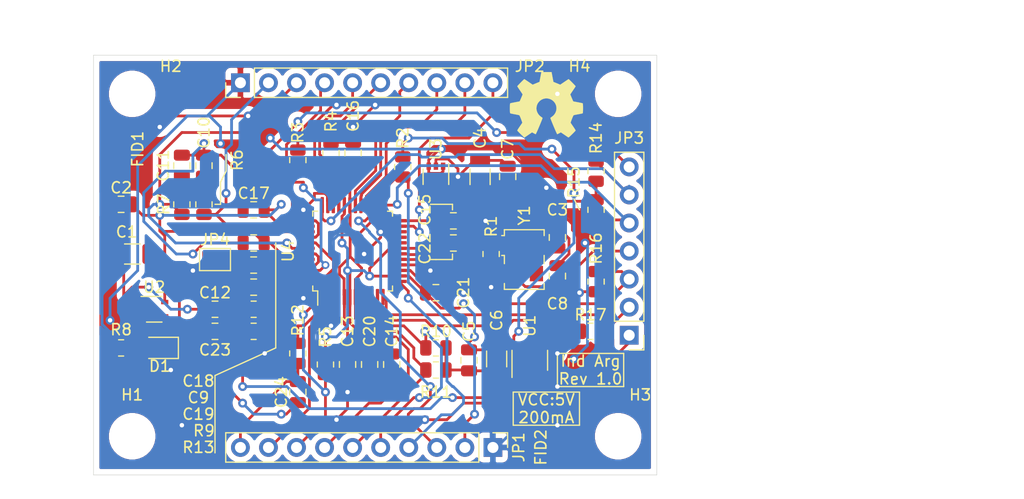
<source format=kicad_pcb>
(kicad_pcb (version 20171130) (host pcbnew 5.1.8-db9833491~87~ubuntu18.04.1)
  (title_block (title "Réplica Sparkfun MP3 Breakout - VS1063") (date 2020-11-15) (rev 1.0) (company "Author: Ing. Jorge Salvador Muñoz") (comment 1 "Reviewer: Diego Brengi") (comment 2 "Creative Commons ShareAlike 4.0 International"))
  (layers (0 F.Cu signal) (31 B.Cu signal) (34 B.Paste user hide) (35 F.Paste user hide) (36 B.SilkS user) (37 F.SilkS user) (38 B.Mask user) (39 F.Mask user) (44 Edge.Cuts user))
  (net 0 "")
  (net 1 GND)
  (net 2 /LINEIN)
  (net 3 /MICP)
  (net 4 /RX)
  (net 5 /TX)
  (net 6 /BSYNC)
  (net 7 /GPIO3)
  (net 8 /GPIO2)
  (net 9 /DREQ)
  (net 10 /RESET)
  (net 11 /MICN)
  (net 12 /CS)
  (net 13 /SCLK)
  (net 14 /SI)
  (net 15 /SO)
  (net 16 /GPIO0)
  (net 17 /GPIO1)
  (net 18 /LEFT)
  (net 19 /GBUF)
  (net 20 /RIGHT)
  (net 21 /GPIO6)
  (net 22 /GPIO7)
  (net 23 /VCO)
  (net 24 /GPIO5)
  (net 25 /GPIO4)
  (net 26 "Net-(U1-Pad4)")
  (net 27 "Net-(C3-Pad1)")
  (net 28 "Net-(C8-Pad1)")
  (net 29 "Net-(C9-Pad1)")
  (net 30 "Net-(C10-Pad1)")
  (net 31 "Net-(C11-Pad1)")
  (net 32 "Net-(C12-Pad1)")
  (net 33 GNDA)
  (net 34 "Net-(D1-Pad2)")
  (net 35 VCC)
  (net 36 "Net-(R13-Pad2)")
  (net 37 "Net-(U2-Pad4)")
  (net 38 "Net-(U3-Pad4)")
  (net 39 AVDD)
  (net 40 CVDD)
  (net 41 IOVDD)
  (net 42 "Net-(R12-Pad2)")
  (module Package_QFP:LQFP-48_7x7mm_P0.5mm (layer F.Cu) (at 145.9611 103.7336 90)
    (fp_text reference U4 (at 0 -5.85 90) (layer F.SilkS))
    (fp_text value Audio_codec)
    (pad 1 smd roundrect (at -4.1625 -2.75 90) (size 1.475 0.3) (layers F.Cu F.Paste F.Mask) (net 42 "Net-(R12-Pad2)"))
    (pad 2 smd roundrect (at -4.1625 -2.25 90) (size 1.475 0.3) (layers F.Cu F.Paste F.Mask) (net 11 /MICN))
    (pad 3 smd roundrect (at -4.1625 -1.75 90) (size 1.475 0.3) (layers F.Cu F.Paste F.Mask) (net 10 /RESET))
    (pad 4 smd roundrect (at -4.1625 -1.25 90) (size 1.475 0.3) (layers F.Cu F.Paste F.Mask) (net 1 GND))
    (pad 5 smd roundrect (at -4.1625 -0.75 90) (size 1.475 0.3) (layers F.Cu F.Paste F.Mask) (net 40 CVDD))
    (pad 6 smd roundrect (at -4.1625 -0.25 90) (size 1.475 0.3) (layers F.Cu F.Paste F.Mask) (net 41 IOVDD))
    (pad 7 smd roundrect (at -4.1625 0.25 90) (size 1.475 0.3) (layers F.Cu F.Paste F.Mask) (net 40 CVDD))
    (pad 8 smd roundrect (at -4.1625 0.75 90) (size 1.475 0.3) (layers F.Cu F.Paste F.Mask) (net 9 /DREQ))
    (pad 9 smd roundrect (at -4.1625 1.25 90) (size 1.475 0.3) (layers F.Cu F.Paste F.Mask) (net 8 /GPIO2))
    (pad 10 smd roundrect (at -4.1625 1.75 90) (size 1.475 0.3) (layers F.Cu F.Paste F.Mask) (net 7 /GPIO3))
    (pad 11 smd roundrect (at -4.1625 2.25 90) (size 1.475 0.3) (layers F.Cu F.Paste F.Mask) (net 21 /GPIO6))
    (pad 12 smd roundrect (at -4.1625 2.75 90) (size 1.475 0.3) (layers F.Cu F.Paste F.Mask) (net 22 /GPIO7))
    (pad 13 smd roundrect (at -2.75 4.1625 90) (size 0.3 1.475) (layers F.Cu F.Paste F.Mask) (net 6 /BSYNC))
    (pad 14 smd roundrect (at -2.25 4.1625 90) (size 0.3 1.475) (layers F.Cu F.Paste F.Mask) (net 41 IOVDD))
    (pad 15 smd roundrect (at -1.75 4.1625 90) (size 0.3 1.475) (layers F.Cu F.Paste F.Mask) (net 23 /VCO))
    (pad 16 smd roundrect (at -1.25 4.1625 90) (size 0.3 1.475) (layers F.Cu F.Paste F.Mask) (net 1 GND))
    (pad 17 smd roundrect (at -0.75 4.1625 90) (size 0.3 1.475) (layers F.Cu F.Paste F.Mask) (net 28 "Net-(C8-Pad1)"))
    (pad 18 smd roundrect (at -0.25 4.1625 90) (size 0.3 1.475) (layers F.Cu F.Paste F.Mask) (net 27 "Net-(C3-Pad1)"))
    (pad 19 smd roundrect (at 0.25 4.1625 90) (size 0.3 1.475) (layers F.Cu F.Paste F.Mask) (net 41 IOVDD))
    (pad 20 smd roundrect (at 0.75 4.1625 90) (size 0.3 1.475) (layers F.Cu F.Paste F.Mask) (net 1 GND))
    (pad 21 smd roundrect (at 1.25 4.1625 90) (size 0.3 1.475) (layers F.Cu F.Paste F.Mask) (net 1 GND))
    (pad 22 smd roundrect (at 1.75 4.1625 90) (size 0.3 1.475) (layers F.Cu F.Paste F.Mask) (net 1 GND))
    (pad 23 smd roundrect (at 2.25 4.1625 90) (size 0.3 1.475) (layers F.Cu F.Paste F.Mask) (net 12 /CS))
    (pad 24 smd roundrect (at 2.75 4.1625 90) (size 0.3 1.475) (layers F.Cu F.Paste F.Mask) (net 40 CVDD))
    (pad 25 smd roundrect (at 4.1625 2.75 90) (size 1.475 0.3) (layers F.Cu F.Paste F.Mask) (net 24 /GPIO5))
    (pad 26 smd roundrect (at 4.1625 2.25 90) (size 1.475 0.3) (layers F.Cu F.Paste F.Mask) (net 4 /RX))
    (pad 27 smd roundrect (at 4.1625 1.75 90) (size 1.475 0.3) (layers F.Cu F.Paste F.Mask) (net 5 /TX))
    (pad 28 smd roundrect (at 4.1625 1.25 90) (size 1.475 0.3) (layers F.Cu F.Paste F.Mask) (net 13 /SCLK))
    (pad 29 smd roundrect (at 4.1625 0.75 90) (size 1.475 0.3) (layers F.Cu F.Paste F.Mask) (net 14 /SI))
    (pad 30 smd roundrect (at 4.1625 0.25 90) (size 1.475 0.3) (layers F.Cu F.Paste F.Mask) (net 15 /SO))
    (pad 31 smd roundrect (at 4.1625 -0.25 90) (size 1.475 0.3) (layers F.Cu F.Paste F.Mask) (net 40 CVDD))
    (pad 32 smd roundrect (at 4.1625 -0.75 90) (size 1.475 0.3) (layers F.Cu F.Paste F.Mask) (net 41 IOVDD))
    (pad 33 smd roundrect (at 4.1625 -1.25 90) (size 1.475 0.3) (layers F.Cu F.Paste F.Mask) (net 16 /GPIO0))
    (pad 34 smd roundrect (at 4.1625 -1.75 90) (size 1.475 0.3) (layers F.Cu F.Paste F.Mask) (net 17 /GPIO1))
    (pad 35 smd roundrect (at 4.1625 -2.25 90) (size 1.475 0.3) (layers F.Cu F.Paste F.Mask) (net 1 GND))
    (pad 36 smd roundrect (at 4.1625 -2.75 90) (size 1.475 0.3) (layers F.Cu F.Paste F.Mask) (net 25 /GPIO4))
    (pad 37 smd roundrect (at 2.75 -4.1625 90) (size 0.3 1.475) (layers F.Cu F.Paste F.Mask) (net 33 GNDA))
    (pad 38 smd roundrect (at 2.25 -4.1625 90) (size 0.3 1.475) (layers F.Cu F.Paste F.Mask) (net 39 AVDD))
    (pad 39 smd roundrect (at 1.75 -4.1625 90) (size 0.3 1.475) (layers F.Cu F.Paste F.Mask) (net 20 /RIGHT))
    (pad 40 smd roundrect (at 1.25 -4.1625 90) (size 0.3 1.475) (layers F.Cu F.Paste F.Mask) (net 33 GNDA))
    (pad 41 smd roundrect (at 0.75 -4.1625 90) (size 0.3 1.475) (layers F.Cu F.Paste F.Mask) (net 33 GNDA))
    (pad 42 smd roundrect (at 0.25 -4.1625 90) (size 0.3 1.475) (layers F.Cu F.Paste F.Mask) (net 19 /GBUF))
    (pad 43 smd roundrect (at -0.25 -4.1625 90) (size 0.3 1.475) (layers F.Cu F.Paste F.Mask) (net 39 AVDD))
    (pad 44 smd roundrect (at -0.75 -4.1625 90) (size 0.3 1.475) (layers F.Cu F.Paste F.Mask) (net 29 "Net-(C9-Pad1)"))
    (pad 45 smd roundrect (at -1.25 -4.1625 90) (size 0.3 1.475) (layers F.Cu F.Paste F.Mask) (net 39 AVDD))
    (pad 46 smd roundrect (at -1.75 -4.1625 90) (size 0.3 1.475) (layers F.Cu F.Paste F.Mask) (net 18 /LEFT))
    (pad 47 smd roundrect (at -2.25 -4.1625 90) (size 0.3 1.475) (layers F.Cu F.Paste F.Mask) (net 33 GNDA))
    (pad 48 smd roundrect (at -2.75 -4.1625 90) (size 0.3 1.475) (layers F.Cu F.Paste F.Mask) (net 36 "Net-(R13-Pad2)"))
  )
  (module Symbol:OSHW-Symbol_6.7x6mm_SilkScreen (layer F.Cu) (at 163.5 90.5)
    (fp_text reference LOGO1 hide)
    (fp_text value Logo_Open_Hardware_Large hide)
  )
  (module Fiducial:Fiducial_0.5mm_Mask1.5mm (layer F.Cu) (at 165 122)
    (fp_text reference FID2 (at -2 -0.5 90) (layer F.SilkS))
    (fp_text value Fiducial)
    (pad "" smd circle (at 0 0) (size 0.5 0.5) (layers F.Cu F.Mask) (clearance 0.5))
  )
  (module Fiducial:Fiducial_0.5mm_Mask1.5mm (layer F.Cu) (at 124.5 94)
    (fp_text reference FID1 (at 2 0.5 90) (layer F.SilkS))
    (fp_text value Fiducial)
    (pad "" smd circle (at 0 0) (size 0.5 0.5) (layers F.Cu F.Mask) (clearance 0.5))
  )
  (module MountingHole:MountingHole_3.2mm_M3_ISO14580 (layer F.Cu) (at 170 89.5)
    (fp_text reference H4 (at -3.5 -2.5) (layer F.SilkS))
    (fp_text value MountingHole)
    (pad 1 np_thru_hole circle (at 0 0) (size 3.2 3.2) (drill 3.2) (layers *.Cu *.Mask))
  )
  (module MountingHole:MountingHole_3.2mm_M3_ISO14580 (layer F.Cu) (at 170 120.5)
    (fp_text reference H3 (at 2 -3.75) (layer F.SilkS))
    (fp_text value MountingHole)
    (pad 1 np_thru_hole circle (at 0 0) (size 3.2 3.2) (drill 3.2) (layers *.Cu *.Mask))
  )
  (module MountingHole:MountingHole_3.2mm_M3_ISO14580 (layer F.Cu) (at 126 89.5)
    (fp_text reference H2 (at 3.5 -2.5) (layer F.SilkS))
    (fp_text value MountingHole)
    (pad 1 np_thru_hole circle (at 0 0) (size 3.2 3.2) (drill 3.2) (layers *.Cu *.Mask))
  )
  (module MountingHole:MountingHole_3.2mm_M3_ISO14580 (layer F.Cu) (at 126 120.5)
    (fp_text reference H1 (at 0 -3.75) (layer F.SilkS))
    (fp_text value MountingHole)
    (pad 1 np_thru_hole circle (at 0 0) (size 3.2 3.2) (drill 3.2) (layers *.Cu *.Mask))
  )
  (module Oscillator:Oscillator_SMD_EuroQuartz_XO53-4Pin_5.0x3.2mm (layer F.Cu) (at 161.5 104.5 270)
    (fp_text reference Y1 (at -4 0 90) (layer F.SilkS))
    (fp_text value Crystal)
    (pad 4 smd rect (at -1.27 -1.1 270) (size 1.4 1.2) (layers F.Cu F.Paste F.Mask))
    (pad 3 smd rect (at 1.27 -1.1 270) (size 1.4 1.2) (layers F.Cu F.Paste F.Mask))
    (pad 2 smd rect (at 1.27 1.1 270) (size 1.4 1.2) (layers F.Cu F.Paste F.Mask) (net 28 "Net-(C8-Pad1)"))
    (pad 1 smd rect (at -1.27 1.1 270) (size 1.4 1.2) (layers F.Cu F.Paste F.Mask) (net 27 "Net-(C3-Pad1)"))
  )
  (module Jumper:SolderJumper-2_P1.3mm_Bridged_Pad1.0x1.5mm (layer F.Cu) (at 133.5 104.5)
    (fp_text reference JP4 (at 0 -1.8) (layer F.SilkS))
    (fp_text value Jumper)
    (fp_poly (pts (xy -0.25 -0.3) (xy 0.25 -0.3) (xy 0.25 0.3) (xy -0.25 0.3)) (layer F.Cu) (width 0))
    (pad 2 smd rect (at 0.65 0) (size 1 1.5) (layers F.Cu F.Mask) (net 33 GNDA))
    (pad 1 smd rect (at -0.65 0) (size 1 1.5) (layers F.Cu F.Mask) (net 1 GND))
  )
  (module Capacitor_SMD:C_0805_2012Metric (layer F.Cu) (at 153.5 107.5)
    (fp_text reference C21 (at 2.5 0 90) (layer F.SilkS))
    (fp_text value 100nF)
    (pad 2 smd roundrect (at 0.95 0) (size 1 1.45) (layers F.Cu F.Paste F.Mask) (net 1 GND))
    (pad 1 smd roundrect (at -0.95 0) (size 1 1.45) (layers F.Cu F.Paste F.Mask) (net 41 IOVDD))
  )
  (module LED_SMD:LED_0805_2012Metric (layer F.Cu) (at 128.5 112.5 180)
    (fp_text reference D1 (at 0 -1.65) (layer F.SilkS))
    (fp_text value Power_on)
    (pad 2 smd roundrect (at 0.9375 0 180) (size 0.975 1.4) (layers F.Cu F.Paste F.Mask) (net 34 "Net-(D1-Pad2)"))
    (pad 1 smd roundrect (at -0.9375 0 180) (size 0.975 1.4) (layers F.Cu F.Paste F.Mask) (net 1 GND))
  )
  (module Package_TO_SOT_SMD:SOT-353_SC-70-5 (layer F.Cu) (at 153.5 97 270)
    (fp_text reference U3 (at -2.5 0 90) (layer F.SilkS))
    (fp_text value TLV70028_SOT353)
    (pad 5 smd rect (at 0.95 -0.65 270) (size 0.65 0.4) (layers F.Cu F.Paste F.Mask) (net 40 CVDD))
    (pad 4 smd rect (at 0.95 0.65 270) (size 0.65 0.4) (layers F.Cu F.Paste F.Mask) (net 38 "Net-(U3-Pad4)"))
    (pad 2 smd rect (at -0.95 0 270) (size 0.65 0.4) (layers F.Cu F.Paste F.Mask) (net 1 GND))
    (pad 3 smd rect (at -0.95 0.65 270) (size 0.65 0.4) (layers F.Cu F.Paste F.Mask) (net 35 VCC))
    (pad 1 smd rect (at -0.95 -0.65 270) (size 0.65 0.4) (layers F.Cu F.Paste F.Mask) (net 35 VCC))
  )
  (module Package_TO_SOT_SMD:SOT-353_SC-70-5 (layer F.Cu) (at 128 109)
    (fp_text reference U2 (at 0 -2) (layer F.SilkS))
    (fp_text value TLV70028_SOT353)
    (pad 5 smd rect (at 0.95 -0.65) (size 0.65 0.4) (layers F.Cu F.Paste F.Mask) (net 39 AVDD))
    (pad 4 smd rect (at 0.95 0.65) (size 0.65 0.4) (layers F.Cu F.Paste F.Mask) (net 37 "Net-(U2-Pad4)"))
    (pad 2 smd rect (at -0.95 0) (size 0.65 0.4) (layers F.Cu F.Paste F.Mask) (net 33 GNDA))
    (pad 3 smd rect (at -0.95 0.65) (size 0.65 0.4) (layers F.Cu F.Paste F.Mask) (net 35 VCC))
    (pad 1 smd rect (at -0.95 -0.65) (size 0.65 0.4) (layers F.Cu F.Paste F.Mask) (net 35 VCC))
  )
  (module Package_TO_SOT_SMD:SOT-23-5 (layer F.Cu) (at 162 113.6236 90)
    (fp_text reference U1 (at 3.1236 0 90) (layer F.SilkS))
    (fp_text value TLV70233_SOT23-5)
    (pad 5 smd rect (at 1.1 -0.95 90) (size 1.06 0.65) (layers F.Cu F.Paste F.Mask) (net 41 IOVDD))
    (pad 4 smd rect (at 1.1 0.95 90) (size 1.06 0.65) (layers F.Cu F.Paste F.Mask) (net 26 "Net-(U1-Pad4)"))
    (pad 3 smd rect (at -1.1 0.95 90) (size 1.06 0.65) (layers F.Cu F.Paste F.Mask) (net 35 VCC))
    (pad 2 smd rect (at -1.1 0 90) (size 1.06 0.65) (layers F.Cu F.Paste F.Mask) (net 1 GND))
    (pad 1 smd rect (at -1.1 -0.95 90) (size 1.06 0.65) (layers F.Cu F.Paste F.Mask) (net 35 VCC))
  )
  (module Resistor_SMD:R_0805_2012Metric (layer F.Cu) (at 167.5 111 180)
    (fp_text reference R17 (at 0 1.5) (layer F.SilkS))
    (fp_text value 100k)
    (pad 2 smd roundrect (at 0.9125 0 180) (size 1.025 1.4) (layers F.Cu F.Paste F.Mask) (roundrect_rratio 0.243902) (net 1 GND))
    (pad 1 smd roundrect (at -0.9125 0 180) (size 1.025 1.4) (layers F.Cu F.Paste F.Mask) (roundrect_rratio 0.243902) (net 21 /GPIO6))
  )
  (module Resistor_SMD:R_0805_2012Metric (layer F.Cu) (at 168 106.5 270)
    (fp_text reference R16 (at -3 0 90) (layer F.SilkS))
    (fp_text value 100k)
    (pad 2 smd roundrect (at 0.9125 0 270) (size 1.025 1.4) (layers F.Cu F.Paste F.Mask) (roundrect_rratio 0.243902) (net 1 GND))
    (pad 1 smd roundrect (at -0.9125 0 270) (size 1.025 1.4) (layers F.Cu F.Paste F.Mask) (roundrect_rratio 0.243902) (net 22 /GPIO7))
  )
  (module Resistor_SMD:R_0805_2012Metric (layer F.Cu) (at 168 100 90)
    (fp_text reference R15 (at 2.5 -2 90) (layer F.SilkS))
    (fp_text value 100k)
    (pad 2 smd roundrect (at 0.9125 0 90) (size 1.025 1.4) (layers F.Cu F.Paste F.Mask) (roundrect_rratio 0.243902) (net 1 GND))
    (pad 1 smd roundrect (at -0.9125 0 90) (size 1.025 1.4) (layers F.Cu F.Paste F.Mask) (roundrect_rratio 0.243902) (net 24 /GPIO5))
  )
  (module Resistor_SMD:R_0805_2012Metric (layer F.Cu) (at 168 96.5 270)
    (fp_text reference R14 (at -3 0 90) (layer F.SilkS))
    (fp_text value 100k)
    (pad 2 smd roundrect (at 0.9125 0 270) (size 1.025 1.4) (layers F.Cu F.Paste F.Mask) (roundrect_rratio 0.243902) (net 1 GND))
    (pad 1 smd roundrect (at -0.9125 0 270) (size 1.025 1.4) (layers F.Cu F.Paste F.Mask) (roundrect_rratio 0.243902) (net 25 /GPIO4))
  )
  (module Resistor_SMD:R_0805_2012Metric (layer F.Cu) (at 137 111)
    (fp_text reference R13 (at -5 10.5) (layer F.SilkS))
    (fp_text value 470)
    (pad 2 smd roundrect (at 0.9125 0) (size 1.025 1.4) (layers F.Cu F.Paste F.Mask) (roundrect_rratio 0.243902) (net 36 "Net-(R13-Pad2)"))
    (pad 1 smd roundrect (at -0.9125 0) (size 1.025 1.4) (layers F.Cu F.Paste F.Mask) (roundrect_rratio 0.243902) (net 2 /LINEIN))
  )
  (module Resistor_SMD:R_0805_2012Metric (layer F.Cu) (at 141 113 90)
    (fp_text reference R12 (at 3 0 90) (layer F.SilkS))
    (fp_text value 470)
    (pad 2 smd roundrect (at 0.9125 0 90) (size 1.025 1.4) (layers F.Cu F.Paste F.Mask) (roundrect_rratio 0.243902) (net 42 "Net-(R12-Pad2)"))
    (pad 1 smd roundrect (at -0.9125 0 90) (size 1.025 1.4) (layers F.Cu F.Paste F.Mask) (roundrect_rratio 0.243902) (net 3 /MICP))
  )
  (module Resistor_SMD:R_0805_2012Metric (layer F.Cu) (at 153.5 114.5)
    (fp_text reference R11 (at 0 2 180) (layer F.SilkS))
    (fp_text value 100k)
    (pad 2 smd roundrect (at 0.9125 0) (size 1.025 1.4) (layers F.Cu F.Paste F.Mask) (roundrect_rratio 0.243902) (net 1 GND))
    (pad 1 smd roundrect (at -0.9125 0) (size 1.025 1.4) (layers F.Cu F.Paste F.Mask) (roundrect_rratio 0.243902) (net 8 /GPIO2))
  )
  (module Resistor_SMD:R_0805_2012Metric (layer F.Cu) (at 153.5 112.5)
    (fp_text reference R10 (at 0 -1.5 180) (layer F.SilkS))
    (fp_text value 100k)
    (pad 2 smd roundrect (at 0.9125 0) (size 1.025 1.4) (layers F.Cu F.Paste F.Mask) (roundrect_rratio 0.243902) (net 1 GND))
    (pad 1 smd roundrect (at -0.9125 0) (size 1.025 1.4) (layers F.Cu F.Paste F.Mask) (roundrect_rratio 0.243902) (net 7 /GPIO3))
  )
  (module Resistor_SMD:R_0805_2012Metric (layer F.Cu) (at 137 109 180)
    (fp_text reference R9 (at 4.5 -11) (layer F.SilkS))
    (fp_text value 20)
    (pad 2 smd roundrect (at 0.9125 0 180) (size 1.025 1.4) (layers F.Cu F.Paste F.Mask) (roundrect_rratio 0.243902) (net 32 "Net-(C12-Pad1)"))
    (pad 1 smd roundrect (at -0.9125 0 180) (size 1.025 1.4) (layers F.Cu F.Paste F.Mask) (roundrect_rratio 0.243902) (net 18 /LEFT))
  )
  (module Resistor_SMD:R_0805_2012Metric (layer F.Cu) (at 125 112.5)
    (fp_text reference R8 (at 0 -1.65) (layer F.SilkS))
    (fp_text value 330)
    (pad 2 smd roundrect (at 0.9125 0) (size 1.025 1.4) (layers F.Cu F.Paste F.Mask) (roundrect_rratio 0.243902) (net 34 "Net-(D1-Pad2)"))
    (pad 1 smd roundrect (at -0.9125 0) (size 1.025 1.4) (layers F.Cu F.Paste F.Mask) (roundrect_rratio 0.243902) (net 35 VCC))
  )
  (module Resistor_SMD:R_0805_2012Metric (layer F.Cu) (at 130.5 99.5 90)
    (fp_text reference R7 (at 0 -1.65 90) (layer F.SilkS))
    (fp_text value 10)
    (pad 2 smd roundrect (at 0.9125 0 90) (size 1.025 1.4) (layers F.Cu F.Paste F.Mask) (roundrect_rratio 0.243902) (net 31 "Net-(C11-Pad1)"))
    (pad 1 smd roundrect (at -0.9125 0 90) (size 1.025 1.4) (layers F.Cu F.Paste F.Mask) (roundrect_rratio 0.243902) (net 19 /GBUF))
  )
  (module Resistor_SMD:R_0805_2012Metric (layer F.Cu) (at 132.5 99.5 90)
    (fp_text reference R6 (at 4 3 90) (layer F.SilkS))
    (fp_text value 20)
    (pad 2 smd roundrect (at 0.9125 0 90) (size 1.025 1.4) (layers F.Cu F.Paste F.Mask) (roundrect_rratio 0.243902) (net 30 "Net-(C10-Pad1)"))
    (pad 1 smd roundrect (at -0.9125 0 90) (size 1.025 1.4) (layers F.Cu F.Paste F.Mask) (roundrect_rratio 0.243902) (net 20 /RIGHT))
  )
  (module Resistor_SMD:R_0805_2012Metric (layer F.Cu) (at 143.5 114 270)
    (fp_text reference R5 (at -2.5 0 90) (layer F.SilkS))
    (fp_text value 100k)
    (pad 2 smd roundrect (at 0.9125 0 270) (size 1.025 1.4) (layers F.Cu F.Paste F.Mask) (roundrect_rratio 0.243902) (net 10 /RESET))
    (pad 1 smd roundrect (at -0.9125 0 270) (size 1.025 1.4) (layers F.Cu F.Paste F.Mask) (roundrect_rratio 0.243902) (net 41 IOVDD))
  )
  (module Resistor_SMD:R_0805_2012Metric (layer F.Cu) (at 144 94.8436 90)
    (fp_text reference R4 (at 2.8436 0 90) (layer F.SilkS))
    (fp_text value 100k)
    (pad 2 smd roundrect (at 0.9125 0 90) (size 1.025 1.4) (layers F.Cu F.Paste F.Mask) (roundrect_rratio 0.243902) (net 1 GND))
    (pad 1 smd roundrect (at -0.9125 0 90) (size 1.025 1.4) (layers F.Cu F.Paste F.Mask) (roundrect_rratio 0.243902) (net 16 /GPIO0))
  )
  (module Resistor_SMD:R_0805_2012Metric (layer F.Cu) (at 141 95.5 90)
    (fp_text reference R3 (at 2.5 0 90) (layer F.SilkS))
    (fp_text value 100k)
    (pad 2 smd roundrect (at 0.9125 0 90) (size 1.025 1.4) (layers F.Cu F.Paste F.Mask) (roundrect_rratio 0.243902) (net 1 GND))
    (pad 1 smd roundrect (at -0.9125 0 90) (size 1.025 1.4) (layers F.Cu F.Paste F.Mask) (roundrect_rratio 0.243902) (net 17 /GPIO1))
  )
  (module Resistor_SMD:R_0805_2012Metric (layer F.Cu) (at 150.5 96.1136 270)
    (fp_text reference R2 (at -2.6136 0 90) (layer F.SilkS))
    (fp_text value 100k)
    (pad 2 smd roundrect (at 0.9125 0 270) (size 1.025 1.4) (layers F.Cu F.Paste F.Mask) (roundrect_rratio 0.243902) (net 4 /RX))
    (pad 1 smd roundrect (at -0.9125 0 270) (size 1.025 1.4) (layers F.Cu F.Paste F.Mask) (roundrect_rratio 0.243902) (net 41 IOVDD))
  )
  (module Resistor_SMD:R_0805_2012Metric (layer F.Cu) (at 158.5 104 270)
    (fp_text reference R1 (at -2.5 0 90) (layer F.SilkS))
    (fp_text value 1M)
    (pad 2 smd roundrect (at 0.9125 0 270) (size 1.025 1.4) (layers F.Cu F.Paste F.Mask) (roundrect_rratio 0.243902) (net 28 "Net-(C8-Pad1)"))
    (pad 1 smd roundrect (at -0.9125 0 270) (size 1.025 1.4) (layers F.Cu F.Paste F.Mask) (roundrect_rratio 0.243902) (net 27 "Net-(C3-Pad1)"))
  )
  (module Connector_PinHeader_2.54mm:PinHeader_1x07_P2.54mm_Vertical (layer F.Cu) (at 171 111.3536 180)
    (fp_text reference JP3 (at 0 17.8536 180) (layer F.SilkS))
    (fp_text value Conn_01x07)
    (pad 1 thru_hole rect (at 0 0 180) (size 1.7 1.7) (drill 1) (layers *.Cu *.Mask) (net 2 /LINEIN))
    (pad 2 thru_hole oval (at 0 2.54 180) (size 1.7 1.7) (drill 1) (layers *.Cu *.Mask) (net 21 /GPIO6))
    (pad 3 thru_hole oval (at 0 5.08 180) (size 1.7 1.7) (drill 1) (layers *.Cu *.Mask) (net 22 /GPIO7))
    (pad 4 thru_hole oval (at 0 7.62 180) (size 1.7 1.7) (drill 1) (layers *.Cu *.Mask) (net 23 /VCO))
    (pad 5 thru_hole oval (at 0 10.16 180) (size 1.7 1.7) (drill 1) (layers *.Cu *.Mask) (net 24 /GPIO5))
    (pad 6 thru_hole oval (at 0 12.7 180) (size 1.7 1.7) (drill 1) (layers *.Cu *.Mask) (net 25 /GPIO4))
    (pad 7 thru_hole oval (at 0 15.24 180) (size 1.7 1.7) (drill 1) (layers *.Cu *.Mask) (net 33 GNDA))
  )
  (module Connector_PinHeader_2.54mm:PinHeader_1x10_P2.54mm_Vertical (layer F.Cu) (at 135.8011 88.4936 90)
    (fp_text reference JP2 (at 1.4936 26.1989 180) (layer F.SilkS))
    (fp_text value Conn_01x10)
    (pad 10 thru_hole oval (at 0 22.86 90) (size 1.7 1.7) (drill 1) (layers *.Cu *.Mask) (net 12 /CS))
    (pad 9 thru_hole oval (at 0 20.32 90) (size 1.7 1.7) (drill 1) (layers *.Cu *.Mask) (net 13 /SCLK))
    (pad 8 thru_hole oval (at 0 17.78 90) (size 1.7 1.7) (drill 1) (layers *.Cu *.Mask) (net 14 /SI))
    (pad 7 thru_hole oval (at 0 15.24 90) (size 1.7 1.7) (drill 1) (layers *.Cu *.Mask) (net 15 /SO))
    (pad 6 thru_hole oval (at 0 12.7 90) (size 1.7 1.7) (drill 1) (layers *.Cu *.Mask) (net 16 /GPIO0))
    (pad 5 thru_hole oval (at 0 10.16 90) (size 1.7 1.7) (drill 1) (layers *.Cu *.Mask) (net 17 /GPIO1))
    (pad 4 thru_hole oval (at 0 7.62 90) (size 1.7 1.7) (drill 1) (layers *.Cu *.Mask) (net 18 /LEFT))
    (pad 3 thru_hole oval (at 0 5.08 90) (size 1.7 1.7) (drill 1) (layers *.Cu *.Mask) (net 19 /GBUF))
    (pad 2 thru_hole oval (at 0 2.54 90) (size 1.7 1.7) (drill 1) (layers *.Cu *.Mask) (net 20 /RIGHT))
    (pad 1 thru_hole rect (at 0 0 90) (size 1.7 1.7) (drill 1) (layers *.Cu *.Mask) (net 35 VCC))
  )
  (module Connector_PinHeader_2.54mm:PinHeader_1x10_P2.54mm_Vertical (layer F.Cu) (at 158.6611 121.5136 270)
    (fp_text reference JP1 (at -0.0136 -2.3389 270) (layer F.SilkS))
    (fp_text value Conn_01x10)
    (pad 10 thru_hole oval (at 0 22.86 270) (size 1.7 1.7) (drill 1) (layers *.Cu *.Mask) (net 3 /MICP))
    (pad 9 thru_hole oval (at 0 20.32 270) (size 1.7 1.7) (drill 1) (layers *.Cu *.Mask) (net 11 /MICN))
    (pad 8 thru_hole oval (at 0 17.78 270) (size 1.7 1.7) (drill 1) (layers *.Cu *.Mask) (net 10 /RESET))
    (pad 7 thru_hole oval (at 0 15.24 270) (size 1.7 1.7) (drill 1) (layers *.Cu *.Mask) (net 9 /DREQ))
    (pad 6 thru_hole oval (at 0 12.7 270) (size 1.7 1.7) (drill 1) (layers *.Cu *.Mask) (net 8 /GPIO2))
    (pad 5 thru_hole oval (at 0 10.16 270) (size 1.7 1.7) (drill 1) (layers *.Cu *.Mask) (net 7 /GPIO3))
    (pad 4 thru_hole oval (at 0 7.62 270) (size 1.7 1.7) (drill 1) (layers *.Cu *.Mask) (net 6 /BSYNC))
    (pad 3 thru_hole oval (at 0 5.08 270) (size 1.7 1.7) (drill 1) (layers *.Cu *.Mask) (net 5 /TX))
    (pad 2 thru_hole oval (at 0 2.54 270) (size 1.7 1.7) (drill 1) (layers *.Cu *.Mask) (net 4 /RX))
    (pad 1 thru_hole rect (at 0 0 270) (size 1.7 1.7) (drill 1) (layers *.Cu *.Mask) (net 1 GND))
  )
  (module Capacitor_SMD:C_0805_2012Metric (layer F.Cu) (at 141 116.5 270)
    (fp_text reference C24 (at 0 1.5 90) (layer F.SilkS))
    (fp_text value 10nF)
    (pad 2 smd roundrect (at 0.95 0 270) (size 1 1.45) (layers F.Cu F.Paste F.Mask) (net 33 GNDA))
    (pad 1 smd roundrect (at -0.95 0 270) (size 1 1.45) (layers F.Cu F.Paste F.Mask) (net 3 /MICP))
  )
  (module Capacitor_SMD:C_0805_2012Metric (layer F.Cu) (at 133.5 111 180)
    (fp_text reference C23 (at 0 -1.68) (layer F.SilkS))
    (fp_text value 10nF)
    (pad 2 smd roundrect (at 0.95 0 180) (size 1 1.45) (layers F.Cu F.Paste F.Mask) (net 33 GNDA))
    (pad 1 smd roundrect (at -0.95 0 180) (size 1 1.45) (layers F.Cu F.Paste F.Mask) (net 2 /LINEIN))
  )
  (module Capacitor_SMD:C_0805_2012Metric (layer F.Cu) (at 155.0811 103)
    (fp_text reference C22 (at -2.5811 0.5 90) (layer F.SilkS))
    (fp_text value 100nF)
    (pad 2 smd roundrect (at 0.95 0) (size 1 1.45) (layers F.Cu F.Paste F.Mask) (net 1 GND))
    (pad 1 smd roundrect (at -0.95 0) (size 1 1.45) (layers F.Cu F.Paste F.Mask) (net 41 IOVDD))
  )
  (module Capacitor_SMD:C_0805_2012Metric (layer F.Cu) (at 147.5 114 270)
    (fp_text reference C20 (at -3 0 90) (layer F.SilkS))
    (fp_text value 100nF)
    (pad 2 smd roundrect (at 0.95 0 270) (size 1 1.45) (layers F.Cu F.Paste F.Mask) (net 1 GND))
    (pad 1 smd roundrect (at -0.95 0 270) (size 1 1.45) (layers F.Cu F.Paste F.Mask) (net 41 IOVDD))
  )
  (module Capacitor_SMD:C_0805_2012Metric (layer F.Cu) (at 137 107 180)
    (fp_text reference C19 (at 5 -11.5) (layer F.SilkS))
    (fp_text value 100nF)
    (pad 2 smd roundrect (at 0.95 0 180) (size 1 1.45) (layers F.Cu F.Paste F.Mask) (net 33 GNDA))
    (pad 1 smd roundrect (at -0.95 0 180) (size 1 1.45) (layers F.Cu F.Paste F.Mask) (net 39 AVDD))
  )
  (module Capacitor_SMD:C_0805_2012Metric (layer F.Cu) (at 137 103 180)
    (fp_text reference C18 (at 5 -12.5) (layer F.SilkS))
    (fp_text value 100nF)
    (pad 2 smd roundrect (at 0.95 0 180) (size 1 1.45) (layers F.Cu F.Paste F.Mask) (net 33 GNDA))
    (pad 1 smd roundrect (at -0.95 0 180) (size 1 1.45) (layers F.Cu F.Paste F.Mask) (net 39 AVDD))
  )
  (module Capacitor_SMD:C_0805_2012Metric (layer F.Cu) (at 137 100 180)
    (fp_text reference C17 (at 0 1.5) (layer F.SilkS))
    (fp_text value 100nF)
    (pad 2 smd roundrect (at 0.95 0 180) (size 1 1.45) (layers F.Cu F.Paste F.Mask) (net 33 GNDA))
    (pad 1 smd roundrect (at -0.95 0 180) (size 1 1.45) (layers F.Cu F.Paste F.Mask) (net 39 AVDD))
  )
  (module Capacitor_SMD:C_0805_2012Metric (layer F.Cu) (at 146 94.8436 90)
    (fp_text reference C16 (at 3.3436 0 90) (layer F.SilkS))
    (fp_text value 100nF)
    (pad 2 smd roundrect (at 0.95 0 90) (size 1 1.45) (layers F.Cu F.Paste F.Mask) (net 1 GND))
    (pad 1 smd roundrect (at -0.95 0 90) (size 1 1.45) (layers F.Cu F.Paste F.Mask) (net 40 CVDD))
  )
  (module Capacitor_SMD:C_0805_2012Metric (layer F.Cu) (at 155.0811 101)
    (fp_text reference C15 (at -2.5811 -1 90) (layer F.SilkS))
    (fp_text value 100nF)
    (pad 2 smd roundrect (at 0.95 0) (size 1 1.45) (layers F.Cu F.Paste F.Mask) (net 1 GND))
    (pad 1 smd roundrect (at -0.95 0) (size 1 1.45) (layers F.Cu F.Paste F.Mask) (net 40 CVDD))
  )
  (module Capacitor_SMD:C_0805_2012Metric (layer F.Cu) (at 149.5 114 270)
    (fp_text reference C14 (at -3 0 90) (layer F.SilkS))
    (fp_text value 100nF)
    (pad 2 smd roundrect (at 0.95 0 270) (size 1 1.45) (layers F.Cu F.Paste F.Mask) (net 1 GND))
    (pad 1 smd roundrect (at -0.95 0 270) (size 1 1.45) (layers F.Cu F.Paste F.Mask) (net 40 CVDD))
  )
  (module Capacitor_SMD:C_0805_2012Metric (layer F.Cu) (at 145.5 114 270)
    (fp_text reference C13 (at -3 0 90) (layer F.SilkS))
    (fp_text value 100nF)
    (pad 2 smd roundrect (at 0.95 0 270) (size 1 1.45) (layers F.Cu F.Paste F.Mask) (net 1 GND))
    (pad 1 smd roundrect (at -0.95 0 270) (size 1 1.45) (layers F.Cu F.Paste F.Mask) (net 40 CVDD))
  )
  (module Capacitor_SMD:C_0805_2012Metric (layer F.Cu) (at 133.5 109 180)
    (fp_text reference C12 (at 0 1.5) (layer F.SilkS))
    (fp_text value 10nF)
    (pad 2 smd roundrect (at 0.95 0 180) (size 1 1.45) (layers F.Cu F.Paste F.Mask) (net 33 GNDA))
    (pad 1 smd roundrect (at -0.95 0 180) (size 1 1.45) (layers F.Cu F.Paste F.Mask) (net 32 "Net-(C12-Pad1)"))
  )
  (module Capacitor_SMD:C_0805_2012Metric (layer F.Cu) (at 130.5 96 90)
    (fp_text reference C11 (at 0 -1.68 90) (layer F.SilkS))
    (fp_text value 47nF)
    (pad 2 smd roundrect (at 0.95 0 90) (size 1 1.45) (layers F.Cu F.Paste F.Mask) (net 33 GNDA))
    (pad 1 smd roundrect (at -0.95 0 90) (size 1 1.45) (layers F.Cu F.Paste F.Mask) (net 31 "Net-(C11-Pad1)"))
  )
  (module Capacitor_SMD:C_0805_2012Metric (layer F.Cu) (at 132.5 96 90)
    (fp_text reference C10 (at 3 0 90) (layer F.SilkS))
    (fp_text value 10nF)
    (pad 2 smd roundrect (at 0.95 0 90) (size 1 1.45) (layers F.Cu F.Paste F.Mask) (net 33 GNDA))
    (pad 1 smd roundrect (at -0.95 0 90) (size 1 1.45) (layers F.Cu F.Paste F.Mask) (net 30 "Net-(C10-Pad1)"))
  )
  (module Capacitor_SMD:C_0805_2012Metric (layer F.Cu) (at 137 105 180)
    (fp_text reference C9 (at 5 -12) (layer F.SilkS))
    (fp_text value 0.1uF)
    (pad 2 smd roundrect (at 0.95 0 180) (size 1 1.45) (layers F.Cu F.Paste F.Mask) (net 33 GNDA))
    (pad 1 smd roundrect (at -0.95 0 180) (size 1 1.45) (layers F.Cu F.Paste F.Mask) (net 29 "Net-(C9-Pad1)"))
  )
  (module Capacitor_SMD:C_0805_2012Metric (layer F.Cu) (at 164.5 106 90)
    (fp_text reference C8 (at -2.5 0 180) (layer F.SilkS))
    (fp_text value 18pF)
    (pad 2 smd roundrect (at 0.95 0 90) (size 1 1.45) (layers F.Cu F.Paste F.Mask) (net 1 GND))
    (pad 1 smd roundrect (at -0.95 0 90) (size 1 1.45) (layers F.Cu F.Paste F.Mask) (net 28 "Net-(C8-Pad1)"))
  )
  (module Capacitor_SMD:C_0805_2012Metric (layer F.Cu) (at 160 97 90)
    (fp_text reference C7 (at 2.5 0 90) (layer F.SilkS))
    (fp_text value 0.1uF)
    (pad 2 smd roundrect (at 0.95 0 90) (size 1 1.45) (layers F.Cu F.Paste F.Mask) (net 1 GND))
    (pad 1 smd roundrect (at -0.95 0 90) (size 1 1.45) (layers F.Cu F.Paste F.Mask) (net 40 CVDD))
  )
  (module Capacitor_SMD:C_1206_3216Metric (layer F.Cu) (at 159 113.5 270)
    (fp_text reference C6 (at -3.5 0 90) (layer F.SilkS))
    (fp_text value 10uF)
    (pad 2 smd roundrect (at 1.475 0 270) (size 1.15 1.8) (layers F.Cu F.Paste F.Mask) (roundrect_rratio 0.217391) (net 1 GND))
    (pad 1 smd roundrect (at -1.475 0 270) (size 1.15 1.8) (layers F.Cu F.Paste F.Mask) (roundrect_rratio 0.217391) (net 41 IOVDD))
  )
  (module Capacitor_SMD:C_0805_2012Metric (layer F.Cu) (at 156.5 113.6236 270)
    (fp_text reference C5 (at -2.6236 0 90) (layer F.SilkS))
    (fp_text value 0.1uF)
    (pad 2 smd roundrect (at 0.95 0 270) (size 1 1.45) (layers F.Cu F.Paste F.Mask) (net 1 GND))
    (pad 1 smd roundrect (at -0.95 0 270) (size 1 1.45) (layers F.Cu F.Paste F.Mask) (net 41 IOVDD))
  )
  (module Capacitor_SMD:C_1206_3216Metric (layer F.Cu) (at 157.5 97 90)
    (fp_text reference C4 (at 3.5 0 90) (layer F.SilkS))
    (fp_text value 10uF)
    (pad 2 smd roundrect (at 1.475 0 90) (size 1.15 1.8) (layers F.Cu F.Paste F.Mask) (roundrect_rratio 0.217391) (net 1 GND))
    (pad 1 smd roundrect (at -1.475 0 90) (size 1.15 1.8) (layers F.Cu F.Paste F.Mask) (roundrect_rratio 0.217391) (net 40 CVDD))
  )
  (module Capacitor_SMD:C_0805_2012Metric (layer F.Cu) (at 164.5 102.5 90)
    (fp_text reference C3 (at 2.5 0 180) (layer F.SilkS))
    (fp_text value 18pF)
    (pad 2 smd roundrect (at 0.95 0 90) (size 1 1.45) (layers F.Cu F.Paste F.Mask) (net 1 GND))
    (pad 1 smd roundrect (at -0.95 0 90) (size 1 1.45) (layers F.Cu F.Paste F.Mask) (net 27 "Net-(C3-Pad1)"))
  )
  (module Capacitor_SMD:C_0805_2012Metric (layer F.Cu) (at 125 99.5 180)
    (fp_text reference C2 (at 0 1.5) (layer F.SilkS))
    (fp_text value 0.1uF)
    (pad 2 smd roundrect (at 0.95 0 180) (size 1 1.45) (layers F.Cu F.Paste F.Mask) (net 33 GNDA))
    (pad 1 smd roundrect (at -0.95 0 180) (size 1 1.45) (layers F.Cu F.Paste F.Mask) (net 39 AVDD))
  )
  (module Capacitor_SMD:C_1206_3216Metric (layer F.Cu) (at 126.025 104 180)
    (fp_text reference C1 (at 0.525 2) (layer F.SilkS))
    (fp_text value 10uF)
    (pad 2 smd roundrect (at 1.475 0 180) (size 1.15 1.8) (layers F.Cu F.Paste F.Mask) (roundrect_rratio 0.217391) (net 33 GNDA))
    (pad 1 smd roundrect (at -1.475 0 180) (size 1.15 1.8) (layers F.Cu F.Paste F.Mask) (roundrect_rratio 0.217391) (net 39 AVDD))
  )
  (gr_line (start 170.5 113) (end 164.5 113) (layer F.SilkS) (width 0.12))
  (gr_line (start 170.5 116) (end 170.5 113) (layer F.SilkS) (width 0.12))
  (gr_line (start 164.5 116) (end 170.5 116) (layer F.SilkS) (width 0.12))
  (gr_line (start 164.5 113) (end 164.5 116) (layer F.SilkS) (width 0.12))
  (gr_line (start 160.5 119.5) (end 160.5 116.5) (layer F.SilkS) (width 0.12))
  (gr_line (start 166.5 119.5) (end 160.5 119.5) (layer F.SilkS) (width 0.12))
  (gr_line (start 166.5 116.5) (end 166.5 119.5) (layer F.SilkS) (width 0.12))
  (gr_line (start 160.5 116.5) (end 166.5 116.5) (layer F.SilkS) (width 0.12))
  (gr_text "Ind Arg\nRev 1.0" (at 167.5 114.5) (layer F.SilkS) (effects (font (size 1 1))))
  (gr_text "VCC:5V\n200mA" (at 163.5 118) (layer F.SilkS) (effects (font (size 1 1))))
  (gr_line (start 153.5 104.5) (end 153 104.5) (layer F.SilkS) (width 0.12))
  (gr_line (start 134.5 96.5) (end 134.5 95) (layer F.SilkS) (width 0.12))
  (gr_line (start 134 97.5) (end 134.5 96.5) (layer F.SilkS) (width 0.12))
  (gr_line (start 134 99.5) (end 134 97.5) (layer F.SilkS) (width 0.12))
  (gr_line (start 133.5 99.5) (end 134 99.5) (layer F.SilkS) (width 0.12))
  (gr_line (start 133.5 115) (end 133.5 122) (layer F.SilkS) (width 0.12))
  (gr_line (start 139 112.5) (end 133.5 115) (layer F.SilkS) (width 0.12))
  (gr_line (start 139 103) (end 139 112.5) (layer F.SilkS) (width 0.12))
  (gr_line (start 155 104.5) (end 153.5 104.5) (layer F.SilkS) (width 0.12))
  (gr_line (start 155 104) (end 155 104.5) (layer F.SilkS) (width 0.12))
  (gr_line (start 155 99.5) (end 153 99.5) (layer F.SilkS) (width 0.12))
  (gr_line (start 155 100) (end 155 99.5) (layer F.SilkS) (width 0.12))
  (gr_line (start 166.5 100) (end 166 99) (layer F.SilkS) (width 0.12))
  (gr_line (start 122.5 124) (end 122.5 86) (layer Edge.Cuts) (width 0.05))
  (gr_line (start 173.5 124) (end 122.5 124) (layer Edge.Cuts) (width 0.05))
  (gr_line (start 173.5 86) (end 173.5 124) (layer Edge.Cuts) (width 0.05))
  (gr_line (start 122.5 86) (end 173.5 86) (layer Edge.Cuts) (width 0.05))
  (via (at 164.5 119.5) (size 0.8) (drill 0.4) (layers F.Cu B.Cu) (net 1))
  (via (at 152.5 119) (size 0.8) (drill 0.4) (layers F.Cu B.Cu) (net 1))
  (via (at 144.5 119) (size 0.8) (drill 0.4) (layers F.Cu B.Cu) (net 1))
  (via (at 130.5 119.5) (size 0.8) (drill 0.4) (layers F.Cu B.Cu) (net 1))
  (via (at 128.5 92.5) (size 0.8) (drill 0.4) (layers F.Cu B.Cu) (net 1))
  (via (at 136.5 91.5) (size 0.8) (drill 0.4) (layers F.Cu B.Cu) (net 1))
  (via (at 158.5 107) (size 0.8) (drill 0.4) (layers F.Cu B.Cu) (net 1))
  (via (at 148 90.5) (size 0.8) (drill 0.4) (layers F.Cu B.Cu) (net 1))
  (via (at 129.5 114.5) (size 0.8) (drill 0.4) (layers F.Cu B.Cu) (net 1))
  (via (at 131.5 105.5) (size 0.8) (drill 0.4) (layers F.Cu B.Cu) (net 1))
  (via (at 138 113) (size 0.8) (drill 0.4) (layers F.Cu B.Cu) (net 1))
  (via (at 141.5 100) (size 0.8) (drill 0.4) (layers F.Cu B.Cu) (net 1))
  (via (at 144.5 90.5) (size 0.8) (drill 0.4) (layers F.Cu B.Cu) (net 1))
  (via (at 146 92.5) (size 0.8) (drill 0.4) (layers F.Cu B.Cu) (net 1))
  (via (at 163.5 98) (size 0.8) (drill 0.4) (layers F.Cu B.Cu) (net 1))
  (via (at 155.5 97) (size 0.8) (drill 0.4) (layers F.Cu B.Cu) (net 1))
  (via (at 144 110.5) (size 0.8) (drill 0.4) (layers F.Cu B.Cu) (net 1))
  (via (at 158 101) (size 0.8) (drill 0.4) (layers F.Cu B.Cu) (net 1))
  (via (at 153 105.5) (size 0.8) (drill 0.4) (layers F.Cu B.Cu) (net 1))
  (via (at 156 107.5) (size 0.8) (drill 0.4) (layers F.Cu B.Cu) (net 1))
  (via (at 166.5 107.5) (size 0.8) (drill 0.4) (layers F.Cu B.Cu) (net 1))
  (via (at 164.5 113) (size 0.8) (drill 0.4) (layers F.Cu B.Cu) (net 1))
  (via (at 164.5 116) (size 0.8) (drill 0.4) (layers F.Cu B.Cu) (net 1))
  (via (at 145.5 116.5) (size 0.8) (drill 0.4) (layers F.Cu B.Cu) (net 1))
  (via (at 147 104) (size 0.8) (drill 0.4) (layers F.Cu B.Cu) (net 1))
  (via (at 148.5 102) (size 0.8) (drill 0.4) (layers F.Cu B.Cu) (net 1))
  (via (at 141.5 108) (size 0.8) (drill 0.4) (layers F.Cu B.Cu) (net 1))
  (segment (start 149.3764 114.45) (end 149.5 114.5736) (width 0.25) (layer F.Cu) (net 1))
  (segment (start 154.4125 114.5) (end 154.4125 112.5) (width 0.25) (layer F.Cu) (net 1))
  (segment (start 156.9264 114.5) (end 157 114.5736) (width 0.25) (layer F.Cu) (net 1))
  (segment (start 168 99.0875) (end 168 97.4125) (width 0.25) (layer F.Cu) (net 1))
  (segment (start 161.924999 115.578601) (end 162 115.5036) (width 0.25) (layer F.Cu) (net 1))
  (segment (start 159.603601 115.578601) (end 161.924999 115.578601) (width 0.25) (layer F.Cu) (net 1))
  (segment (start 159 114.975) (end 159.603601 115.578601) (width 0.25) (layer F.Cu) (net 1))
  (segment (start 162.4964 116) (end 162 115.5036) (width 0.25) (layer F.Cu) (net 1))
  (segment (start 162 115.5036) (end 162 114.7236) (width 0.25) (layer F.Cu) (net 1))
  (segment (start 164.5 116) (end 162.4964 116) (width 0.25) (layer F.Cu) (net 1))
  (segment (start 152.4836 104.9836) (end 153 105.5) (width 0.25) (layer F.Cu) (net 1))
  (segment (start 150.1236 104.9836) (end 152.4836 104.9836) (width 0.25) (layer F.Cu) (net 1))
  (segment (start 154.45 107.5) (end 156 107.5) (width 0.25) (layer F.Cu) (net 1))
  (segment (start 166.5 111) (end 164.5 113) (width 0.25) (layer F.Cu) (net 1))
  (segment (start 166.5875 111) (end 166.5 111) (width 0.25) (layer F.Cu) (net 1))
  (segment (start 166.5875 107.4125) (end 166.5 107.5) (width 0.25) (layer F.Cu) (net 1))
  (segment (start 168 107.4125) (end 166.5875 107.4125) (width 0.25) (layer F.Cu) (net 1))
  (segment (start 164.5 116) (end 164.5 113) (width 0.25) (layer B.Cu) (net 1))
  (segment (start 164.5 109.5) (end 166.5 107.5) (width 0.25) (layer B.Cu) (net 1))
  (segment (start 164.5 113) (end 164.5 109.5) (width 0.25) (layer B.Cu) (net 1))
  (segment (start 158.9864 121.5136) (end 164.5 116) (width 0.25) (layer B.Cu) (net 1))
  (segment (start 158.6611 121.5136) (end 158.9864 121.5136) (width 0.25) (layer B.Cu) (net 1))
  (segment (start 156.0311 101) (end 158 101) (width 0.25) (layer F.Cu) (net 1))
  (segment (start 156.0311 103) (end 156.0311 101) (width 0.25) (layer F.Cu) (net 1))
  (segment (start 157.5 101) (end 158 101) (width 0.25) (layer B.Cu) (net 1))
  (segment (start 153 105.5) (end 157.5 101) (width 0.25) (layer B.Cu) (net 1))
  (segment (start 154 105.5) (end 156 107.5) (width 0.25) (layer B.Cu) (net 1))
  (segment (start 153 105.5) (end 154 105.5) (width 0.25) (layer B.Cu) (net 1))
  (segment (start 165.55001 103.99999) (end 165.55001 102.60001) (width 0.25) (layer F.Cu) (net 1))
  (segment (start 165.55001 102.60001) (end 164.5 101.55) (width 0.25) (layer F.Cu) (net 1))
  (segment (start 164.5 105.05) (end 165.55001 103.99999) (width 0.25) (layer F.Cu) (net 1))
  (segment (start 163.95 101) (end 164.5 101.55) (width 0.25) (layer F.Cu) (net 1))
  (segment (start 158 101) (end 163.95 101) (width 0.25) (layer F.Cu) (net 1))
  (segment (start 144 110.5) (end 143 109.5) (width 0.25) (layer B.Cu) (net 1))
  (segment (start 145.5 114.95) (end 147.5 114.95) (width 0.25) (layer F.Cu) (net 1))
  (segment (start 147.5 114.95) (end 149.5 114.95) (width 0.25) (layer F.Cu) (net 1))
  (segment (start 145.5 116.5) (end 145.5 114.95) (width 0.25) (layer F.Cu) (net 1))
  (segment (start 159.475 95.525) (end 160 96.05) (width 0.25) (layer F.Cu) (net 1))
  (segment (start 157.5 95.525) (end 159.475 95.525) (width 0.25) (layer F.Cu) (net 1))
  (segment (start 156.975 95.525) (end 157.5 95.525) (width 0.25) (layer F.Cu) (net 1))
  (segment (start 155.5 97) (end 156.975 95.525) (width 0.25) (layer F.Cu) (net 1))
  (segment (start 155.5 96.289998) (end 155.5 97) (width 0.25) (layer F.Cu) (net 1))
  (segment (start 154.610001 95.399999) (end 155.5 96.289998) (width 0.25) (layer F.Cu) (net 1))
  (segment (start 153.575001 95.399999) (end 154.610001 95.399999) (width 0.25) (layer F.Cu) (net 1))
  (segment (start 153.5 95.475) (end 153.575001 95.399999) (width 0.25) (layer F.Cu) (net 1))
  (segment (start 153.5 96.05) (end 153.5 95.475) (width 0.25) (layer F.Cu) (net 1))
  (segment (start 145.5 116.5) (end 145.5 115) (width 0.25) (layer B.Cu) (net 1))
  (segment (start 144.0375 93.8936) (end 144 93.9311) (width 0.25) (layer F.Cu) (net 1))
  (segment (start 146 93.8936) (end 144.0375 93.8936) (width 0.25) (layer F.Cu) (net 1))
  (segment (start 146 93.8936) (end 146 92.5) (width 0.25) (layer F.Cu) (net 1))
  (segment (start 144.19822 90.5) (end 144.5 90.5) (width 0.25) (layer F.Cu) (net 1))
  (segment (start 141 93.69822) (end 144.19822 90.5) (width 0.25) (layer F.Cu) (net 1))
  (segment (start 141 94.5875) (end 141 93.69822) (width 0.25) (layer F.Cu) (net 1))
  (segment (start 150.1072 102) (end 150.1236 101.9836) (width 0.25) (layer F.Cu) (net 1))
  (segment (start 148.5 102) (end 150.1072 102) (width 0.25) (layer F.Cu) (net 1))
  (segment (start 150.1236 102.4836) (end 150.1236 101.9836) (width 0.25) (layer F.Cu) (net 1))
  (segment (start 150.1236 102.9836) (end 150.1236 102.4836) (width 0.25) (layer F.Cu) (net 1))
  (segment (start 148.5 102.5) (end 148.5 102) (width 0.25) (layer F.Cu) (net 1))
  (segment (start 147 104) (end 148.5 102.5) (width 0.25) (layer F.Cu) (net 1))
  (segment (start 144.225001 110.274999) (end 144 110.5) (width 0.25) (layer B.Cu) (net 1))
  (segment (start 144.225001 102.701997) (end 144.225001 110.274999) (width 0.25) (layer B.Cu) (net 1))
  (segment (start 144.651999 102.274999) (end 144.225001 102.701997) (width 0.25) (layer B.Cu) (net 1))
  (segment (start 145.840684 102.274999) (end 144.651999 102.274999) (width 0.25) (layer B.Cu) (net 1))
  (segment (start 147 103.434315) (end 145.840684 102.274999) (width 0.25) (layer B.Cu) (net 1))
  (segment (start 147 104) (end 147 103.434315) (width 0.25) (layer B.Cu) (net 1))
  (segment (start 144.7111 109.7889) (end 144.7111 107.8961) (width 0.25) (layer F.Cu) (net 1))
  (segment (start 144 110.5) (end 144.7111 109.7889) (width 0.25) (layer F.Cu) (net 1))
  (segment (start 142.774999 111.151999) (end 142.774999 113.774999) (width 0.25) (layer B.Cu) (net 1))
  (segment (start 142.774999 113.774999) (end 145.5 116.5) (width 0.25) (layer B.Cu) (net 1))
  (segment (start 143.426998 110.5) (end 142.774999 111.151999) (width 0.25) (layer B.Cu) (net 1))
  (segment (start 144 110.5) (end 143.426998 110.5) (width 0.25) (layer B.Cu) (net 1))
  (segment (start 140.426998 90.5) (end 144.5 90.5) (width 0.25) (layer B.Cu) (net 1))
  (segment (start 160.5 101) (end 163.5 98) (width 0.25) (layer B.Cu) (net 1))
  (segment (start 158 101) (end 160.5 101) (width 0.25) (layer B.Cu) (net 1))
  (segment (start 156.5 98) (end 155.5 97) (width 0.25) (layer B.Cu) (net 1))
  (segment (start 163.5 98) (end 156.5 98) (width 0.25) (layer B.Cu) (net 1))
  (segment (start 164.725001 99.225001) (end 163.5 98) (width 0.25) (layer F.Cu) (net 1))
  (segment (start 167.862499 99.225001) (end 164.725001 99.225001) (width 0.25) (layer F.Cu) (net 1))
  (segment (start 168 99.0875) (end 167.862499 99.225001) (width 0.25) (layer F.Cu) (net 1))
  (segment (start 131 113) (end 129.5 114.5) (width 0.25) (layer B.Cu) (net 1))
  (segment (start 138 113) (end 131 113) (width 0.25) (layer B.Cu) (net 1))
  (segment (start 129.5 112.5625) (end 129.4375 112.5) (width 0.25) (layer F.Cu) (net 1))
  (segment (start 129.5 114.5) (end 129.5 112.5625) (width 0.25) (layer F.Cu) (net 1))
  (segment (start 130.274999 106.725001) (end 131.5 105.5) (width 0.25) (layer F.Cu) (net 1))
  (segment (start 130.274999 111.662501) (end 130.274999 106.725001) (width 0.25) (layer F.Cu) (net 1))
  (segment (start 129.4375 112.5) (end 130.274999 111.662501) (width 0.25) (layer F.Cu) (net 1))
  (segment (start 146 92.5) (end 148 90.5) (width 0.25) (layer F.Cu) (net 1))
  (segment (start 144.5 90.5) (end 148 90.5) (width 0.25) (layer B.Cu) (net 1))
  (segment (start 158 107.5) (end 158.5 107) (width 0.25) (layer B.Cu) (net 1))
  (segment (start 156 107.5) (end 158 107.5) (width 0.25) (layer B.Cu) (net 1))
  (segment (start 158.5 121.3525) (end 158.6611 121.5136) (width 0.25) (layer B.Cu) (net 1))
  (segment (start 158.5 107) (end 158.5 121.3525) (width 0.25) (layer B.Cu) (net 1))
  (segment (start 139.426998 91.5) (end 140.426998 90.5) (width 0.25) (layer B.Cu) (net 1))
  (segment (start 136.5 91.5) (end 139.426998 91.5) (width 0.25) (layer B.Cu) (net 1))
  (segment (start 137.5 92.5) (end 136.5 91.5) (width 0.25) (layer B.Cu) (net 1))
  (segment (start 137.5 95) (end 137.5 92.5) (width 0.25) (layer B.Cu) (net 1))
  (segment (start 136.5 91.5) (end 130 91.5) (width 0.25) (layer F.Cu) (net 1))
  (segment (start 123.274999 110.348001) (end 127.426998 114.5) (width 0.25) (layer B.Cu) (net 1))
  (segment (start 127.426998 114.5) (end 127.5 114.5) (width 0.25) (layer B.Cu) (net 1))
  (segment (start 127.5 114.5) (end 129.5 114.5) (width 0.25) (layer B.Cu) (net 1))
  (segment (start 145.5 118) (end 144.5 119) (width 0.25) (layer F.Cu) (net 1))
  (segment (start 145.5 116.5) (end 145.5 118) (width 0.25) (layer F.Cu) (net 1))
  (segment (start 144.5 119) (end 152.5 119) (width 0.25) (layer B.Cu) (net 1))
  (segment (start 162.5 117.5) (end 163.5 118.5) (width 0.25) (layer F.Cu) (net 1))
  (segment (start 156 117.5) (end 162.5 117.5) (width 0.25) (layer F.Cu) (net 1))
  (segment (start 154.5 119) (end 156 117.5) (width 0.25) (layer F.Cu) (net 1))
  (segment (start 163.5 118.5) (end 164.5 119.5) (width 0.25) (layer F.Cu) (net 1))
  (segment (start 152.5 119) (end 154.5 119) (width 0.25) (layer F.Cu) (net 1))
  (segment (start 142.49141 98.50859) (end 142.50859 98.50859) (width 0.25) (layer F.Cu) (net 1))
  (segment (start 143.451792 98.50859) (end 142.50859 98.50859) (width 0.25) (layer F.Cu) (net 1))
  (segment (start 137.5 96) (end 137.5 95) (width 0.25) (layer B.Cu) (net 1))
  (segment (start 141.5 100) (end 137.5 96) (width 0.25) (layer B.Cu) (net 1))
  (segment (start 140.45001 109.6864) (end 140.45001 109.04999) (width 0.25) (layer F.Cu) (net 1))
  (segment (start 138 113) (end 139.068205 111.931795) (width 0.25) (layer F.Cu) (net 1))
  (segment (start 139.068205 111.068205) (end 140.45001 109.6864) (width 0.25) (layer F.Cu) (net 1))
  (segment (start 139.068205 111.931795) (end 139.068205 111.068205) (width 0.25) (layer F.Cu) (net 1))
  (segment (start 140.45001 109.04999) (end 140.45001 108.54999) (width 0.25) (layer F.Cu) (net 1))
  (segment (start 141 108) (end 141.5 108) (width 0.25) (layer F.Cu) (net 1))
  (segment (start 140.45001 108.54999) (end 141 108) (width 0.25) (layer F.Cu) (net 1))
  (segment (start 141.5 108) (end 143 109.5) (width 0.25) (layer B.Cu) (net 1))
  (segment (start 156.4264 114.5) (end 156.5 114.5736) (width 0.25) (layer F.Cu) (net 1))
  (segment (start 154.4125 114.5) (end 156.4264 114.5) (width 0.25) (layer F.Cu) (net 1))
  (segment (start 158.5986 114.5736) (end 159 114.975) (width 0.25) (layer F.Cu) (net 1))
  (segment (start 156.5 114.5736) (end 158.5986 114.5736) (width 0.25) (layer F.Cu) (net 1))
  (segment (start 141.5 100) (end 142.5 99) (width 0.25) (layer F.Cu) (net 1))
  (segment (start 142.5 98.51718) (end 142.50859 98.50859) (width 0.25) (layer F.Cu) (net 1))
  (segment (start 142.5 99) (end 142.5 98.51718) (width 0.25) (layer F.Cu) (net 1))
  (segment (start 132.5 104.5) (end 131.5 105.5) (width 0.25) (layer F.Cu) (net 1))
  (segment (start 132.85 104.5) (end 132.5 104.5) (width 0.25) (layer F.Cu) (net 1))
  (segment (start 163.5 90.5) (end 164.5 89.5) (width 0.25) (layer B.Cu) (net 1))
  (segment (start 148 90.5) (end 163.5 90.5) (width 0.25) (layer B.Cu) (net 1))
  (via (at 164.5 89.5) (size 0.8) (drill 0.4) (layers F.Cu B.Cu) (net 1))
  (segment (start 123.274999 97.725001) (end 128.5 92.5) (width 0.25) (layer B.Cu) (net 1))
  (segment (start 123.274999 97.725001) (end 123.274999 110.348001) (width 0.25) (layer B.Cu) (net 1))
  (segment (start 129.5 91.5) (end 128.5 92.5) (width 0.25) (layer F.Cu) (net 1))
  (segment (start 130 91.5) (end 129.5 91.5) (width 0.25) (layer F.Cu) (net 1))
  (segment (start 164.5 119.5) (end 164.5 116) (width 0.25) (layer B.Cu) (net 1))
  (segment (start 130.5 115.5) (end 129.5 114.5) (width 0.25) (layer B.Cu) (net 1))
  (segment (start 130.5 119.5) (end 130.5 115.5) (width 0.25) (layer B.Cu) (net 1))
  (segment (start 143.68611 98.742908) (end 143.451792 98.50859) (width 0.25) (layer F.Cu) (net 1))
  (segment (start 143.68611 99.18611) (end 143.68611 98.742908) (width 0.25) (layer F.Cu) (net 1))
  (segment (start 143.7111 99.2111) (end 143.68611 99.18611) (width 0.25) (layer F.Cu) (net 1))
  (segment (start 143.7111 99.5711) (end 143.7111 99.2111) (width 0.25) (layer F.Cu) (net 1))
  (via (at 155 117) (size 0.8) (drill 0.4) (layers F.Cu B.Cu) (net 2))
  (via (at 136 116) (size 0.8) (drill 0.4) (layers F.Cu B.Cu) (net 2))
  (segment (start 136 111.0875) (end 136.0875 111) (width 0.25) (layer F.Cu) (net 2))
  (segment (start 136 116) (end 136 111.0875) (width 0.25) (layer F.Cu) (net 2))
  (segment (start 154 117) (end 153 118) (width 0.25) (layer B.Cu) (net 2))
  (segment (start 153 118) (end 142 118) (width 0.25) (layer B.Cu) (net 2))
  (segment (start 140 116) (end 136 116) (width 0.25) (layer B.Cu) (net 2))
  (segment (start 142 118) (end 140 116) (width 0.25) (layer B.Cu) (net 2))
  (segment (start 155 117) (end 154 117) (width 0.25) (layer B.Cu) (net 2))
  (segment (start 155 117) (end 166 117) (width 0.25) (layer F.Cu) (net 2))
  (segment (start 171 111.3536) (end 171 112) (width 0.25) (layer F.Cu) (net 2))
  (segment (start 171 112) (end 166 117) (width 0.25) (layer F.Cu) (net 2))
  (segment (start 134.45 111) (end 136.0875 111) (width 0.25) (layer F.Cu) (net 2))
  (segment (start 141 115.55) (end 141 113.9125) (width 0.25) (layer F.Cu) (net 3))
  (segment (start 135.8011 121.5136) (end 135.8011 119.6989) (width 0.25) (layer F.Cu) (net 3))
  (segment (start 139.95 115.55) (end 141 115.55) (width 0.25) (layer F.Cu) (net 3))
  (segment (start 135.8011 119.6989) (end 139.95 115.55) (width 0.25) (layer F.Cu) (net 3))
  (via (at 151 98.5) (size 0.8) (drill 0.4) (layers F.Cu B.Cu) (net 4))
  (via (at 157 118.5) (size 0.8) (drill 0.4) (layers F.Cu B.Cu) (net 4))
  (segment (start 151 97.5261) (end 150.5 97.0261) (width 0.25) (layer F.Cu) (net 4))
  (segment (start 151 98.5) (end 151 97.5261) (width 0.25) (layer F.Cu) (net 4))
  (segment (start 149.952898 97.0261) (end 150.5 97.0261) (width 0.25) (layer F.Cu) (net 4))
  (segment (start 148.2111 98.767898) (end 149.952898 97.0261) (width 0.25) (layer F.Cu) (net 4))
  (segment (start 148.2111 99.5711) (end 148.2111 98.767898) (width 0.25) (layer F.Cu) (net 4))
  (segment (start 156.1211 119.3789) (end 157 118.5) (width 0.25) (layer F.Cu) (net 4))
  (segment (start 156.1211 121.5136) (end 156.1211 119.3789) (width 0.25) (layer F.Cu) (net 4))
  (segment (start 151 106.573002) (end 151 98.5) (width 0.25) (layer B.Cu) (net 4))
  (segment (start 157 112.573002) (end 151 106.573002) (width 0.25) (layer B.Cu) (net 4))
  (segment (start 157 118.5) (end 157 112.573002) (width 0.25) (layer B.Cu) (net 4))
  (via (at 153 116) (size 0.8) (drill 0.4) (layers F.Cu B.Cu) (net 5))
  (via (at 146.5 101) (size 0.8) (drill 0.4) (layers F.Cu B.Cu) (net 5))
  (segment (start 150.274999 113.274999) (end 150.274999 109.274999) (width 0.25) (layer B.Cu) (net 5))
  (segment (start 153 116) (end 150.274999 113.274999) (width 0.25) (layer B.Cu) (net 5))
  (segment (start 150.274999 109.274999) (end 148.5 107.5) (width 0.25) (layer B.Cu) (net 5))
  (segment (start 148.5 103.073002) (end 147.5 102.073002) (width 0.25) (layer B.Cu) (net 5))
  (segment (start 148.5 107.5) (end 148.5 103.073002) (width 0.25) (layer B.Cu) (net 5))
  (segment (start 147.7111 100.374302) (end 147.7111 99.5711) (width 0.25) (layer F.Cu) (net 5))
  (segment (start 147.085402 101) (end 147.7111 100.374302) (width 0.25) (layer F.Cu) (net 5))
  (segment (start 146.5 101) (end 147.085402 101) (width 0.25) (layer F.Cu) (net 5))
  (segment (start 147.5 102) (end 147.5 102.073002) (width 0.25) (layer B.Cu) (net 5))
  (segment (start 146.5 101) (end 147.5 102) (width 0.25) (layer B.Cu) (net 5))
  (segment (start 153.5811 121.5136) (end 151.5675 119.5) (width 0.25) (layer F.Cu) (net 5))
  (segment (start 151.5675 119.5) (end 151.5 119.5) (width 0.25) (layer F.Cu) (net 5))
  (segment (start 151.5 119.5) (end 151 119) (width 0.25) (layer F.Cu) (net 5))
  (segment (start 151 119) (end 151 118.5) (width 0.25) (layer F.Cu) (net 5))
  (segment (start 151 118.5) (end 151.5 118) (width 0.25) (layer F.Cu) (net 5))
  (segment (start 153 117.073002) (end 153 116) (width 0.25) (layer F.Cu) (net 5))
  (segment (start 152.073002 118) (end 153 117.073002) (width 0.25) (layer F.Cu) (net 5))
  (segment (start 151.5 118) (end 152.073002 118) (width 0.25) (layer F.Cu) (net 5))
  (via (at 151 108) (size 0.8) (drill 0.4) (layers F.Cu B.Cu) (net 6))
  (segment (start 151 107.36) (end 150.1236 106.4836) (width 0.25) (layer F.Cu) (net 6))
  (segment (start 151 108) (end 151 107.36) (width 0.25) (layer F.Cu) (net 6))
  (segment (start 154.5 111.5) (end 154 111) (width 0.25) (layer B.Cu) (net 6))
  (segment (start 154.5 115.5) (end 154.5 111.5) (width 0.25) (layer B.Cu) (net 6))
  (segment (start 151.0411 121.5136) (end 154 118.5547) (width 0.25) (layer B.Cu) (net 6))
  (segment (start 155 116) (end 154.5 115.5) (width 0.25) (layer B.Cu) (net 6))
  (segment (start 154.9453 118.5547) (end 156 117.5) (width 0.25) (layer B.Cu) (net 6))
  (segment (start 156 117.5) (end 156 116.926998) (width 0.25) (layer B.Cu) (net 6))
  (segment (start 154 111) (end 151 108) (width 0.25) (layer B.Cu) (net 6))
  (segment (start 156 116.926998) (end 155.073002 116) (width 0.25) (layer B.Cu) (net 6))
  (segment (start 154 118.5547) (end 154.9453 118.5547) (width 0.25) (layer B.Cu) (net 6))
  (segment (start 155.073002 116) (end 155 116) (width 0.25) (layer B.Cu) (net 6))
  (via (at 152 117) (size 0.8) (drill 0.4) (layers F.Cu B.Cu) (net 7))
  (via (at 152.5 111) (size 0.8) (drill 0.4) (layers F.Cu B.Cu) (net 7))
  (segment (start 152.5875 112.5) (end 150.5875 110.5) (width 0.25) (layer F.Cu) (net 7))
  (segment (start 148.5011 121.5136) (end 148.5011 119.9989) (width 0.25) (layer F.Cu) (net 7))
  (segment (start 151.5 117) (end 152 117) (width 0.25) (layer F.Cu) (net 7))
  (segment (start 148.5011 119.9989) (end 151.5 117) (width 0.25) (layer F.Cu) (net 7))
  (segment (start 153.073002 117) (end 154 116.073002) (width 0.25) (layer B.Cu) (net 7))
  (segment (start 152 117) (end 153.073002 117) (width 0.25) (layer B.Cu) (net 7))
  (segment (start 154 112.5) (end 152.5 111) (width 0.25) (layer B.Cu) (net 7))
  (segment (start 154 116.073002) (end 154 112.5) (width 0.25) (layer B.Cu) (net 7))
  (segment (start 148.72718 110.5) (end 149 110.5) (width 0.25) (layer F.Cu) (net 7))
  (segment (start 147.7111 109.48392) (end 148.72718 110.5) (width 0.25) (layer F.Cu) (net 7))
  (segment (start 147.7111 109.2889) (end 147.7111 107.8961) (width 0.25) (layer F.Cu) (net 7))
  (segment (start 147.7111 109.2889) (end 147.7111 109.48392) (width 0.25) (layer F.Cu) (net 7))
  (segment (start 150.5875 110.5) (end 149 110.5) (width 0.25) (layer F.Cu) (net 7))
  (segment (start 152.5875 111.0875) (end 152.5 111) (width 0.25) (layer F.Cu) (net 7))
  (segment (start 152.5875 112.5) (end 152.5875 111.0875) (width 0.25) (layer F.Cu) (net 7))
  (segment (start 152.5875 114.8872) (end 152.5875 114.5) (width 0.25) (layer F.Cu) (net 8))
  (segment (start 145.9611 121.5136) (end 152.5875 114.8872) (width 0.25) (layer F.Cu) (net 8))
  (segment (start 152.5875 114.5) (end 151.5 113.4125) (width 0.25) (layer F.Cu) (net 8))
  (segment (start 151.5 112.499) (end 150.001 111) (width 0.25) (layer F.Cu) (net 8))
  (segment (start 151.5 113.4125) (end 151.5 112.499) (width 0.25) (layer F.Cu) (net 8))
  (segment (start 147.2111 109.7111) (end 148.5 111) (width 0.25) (layer F.Cu) (net 8))
  (segment (start 150.001 111) (end 148.5 111) (width 0.25) (layer F.Cu) (net 8))
  (segment (start 147.2111 109.2889) (end 147.2111 107.8961) (width 0.25) (layer F.Cu) (net 8))
  (segment (start 147.2111 109.2889) (end 147.2111 109.7111) (width 0.25) (layer F.Cu) (net 8))
  (segment (start 147.4347 117.5) (end 143.4211 121.5136) (width 0.25) (layer F.Cu) (net 9))
  (segment (start 148.5 117.5) (end 147.4347 117.5) (width 0.25) (layer F.Cu) (net 9))
  (segment (start 151 115) (end 148.5 117.5) (width 0.25) (layer F.Cu) (net 9))
  (segment (start 151 112.63541) (end 151 115) (width 0.25) (layer F.Cu) (net 9))
  (segment (start 146.7111 107.8961) (end 146.7111 109.7111) (width 0.25) (layer F.Cu) (net 9))
  (segment (start 146.7111 109.7111) (end 146.76109 109.76109) (width 0.25) (layer F.Cu) (net 9))
  (segment (start 146.76109 109.76109) (end 146.761091 109.897501) (width 0.25) (layer F.Cu) (net 9))
  (segment (start 146.761091 109.897501) (end 148.36359 111.5) (width 0.25) (layer F.Cu) (net 9))
  (segment (start 148.36359 111.5) (end 149.86459 111.5) (width 0.25) (layer F.Cu) (net 9))
  (segment (start 149.86459 111.5) (end 151 112.63541) (width 0.25) (layer F.Cu) (net 9))
  (via (at 141.5 109.5) (size 0.8) (drill 0.4) (layers F.Cu B.Cu) (net 10))
  (via (at 143.5 116.5) (size 0.8) (drill 0.4) (layers F.Cu B.Cu) (net 10))
  (segment (start 143.951792 106.83359) (end 144.2111 107.092898) (width 0.25) (layer F.Cu) (net 10))
  (segment (start 144.2111 107.092898) (end 144.2111 107.8961) (width 0.25) (layer F.Cu) (net 10))
  (segment (start 142.970408 106.83359) (end 143.951792 106.83359) (width 0.25) (layer F.Cu) (net 10))
  (segment (start 140.8811 121.5136) (end 143.5 118.8947) (width 0.25) (layer F.Cu) (net 10))
  (segment (start 143.5 118.8947) (end 143.5 116.5) (width 0.25) (layer F.Cu) (net 10))
  (segment (start 143.5 116.5) (end 143.5 114.9125) (width 0.25) (layer F.Cu) (net 10))
  (segment (start 142 109) (end 141.5 109.5) (width 0.25) (layer F.Cu) (net 10))
  (segment (start 142.5 108.5) (end 142.5 107.5) (width 0.25) (layer F.Cu) (net 10))
  (segment (start 142 109) (end 142.5 108.5) (width 0.25) (layer F.Cu) (net 10))
  (segment (start 141.5 114.5) (end 143.5 116.5) (width 0.25) (layer B.Cu) (net 10))
  (segment (start 141.5 109.5) (end 141.5 114.5) (width 0.25) (layer B.Cu) (net 10))
  (segment (start 142.73609 107.26391) (end 142.5 107.5) (width 0.25) (layer F.Cu) (net 10))
  (segment (start 142.73609 107.067908) (end 142.73609 107.26391) (width 0.25) (layer F.Cu) (net 10))
  (segment (start 142.970408 106.83359) (end 142.73609 107.067908) (width 0.25) (layer F.Cu) (net 10))
  (segment (start 143.7111 107.8961) (end 143.7111 108.7889) (width 0.25) (layer F.Cu) (net 11))
  (segment (start 138.3411 121.5136) (end 138.4864 121.5136) (width 0.25) (layer F.Cu) (net 11))
  (segment (start 138.4864 121.5136) (end 142.05001 117.94999) (width 0.25) (layer F.Cu) (net 11))
  (segment (start 142.05001 110.659402) (end 143.7111 108.998312) (width 0.25) (layer F.Cu) (net 11))
  (segment (start 143.7111 108.998312) (end 143.7111 108.7889) (width 0.25) (layer F.Cu) (net 11))
  (segment (start 142.05001 117.94999) (end 142.05001 110.659402) (width 0.25) (layer F.Cu) (net 11))
  (via (at 152 100) (size 0.8) (drill 0.4) (layers F.Cu B.Cu) (net 12))
  (via (at 152 102) (size 0.8) (drill 0.4) (layers F.Cu B.Cu) (net 12))
  (segment (start 151.4836 101.4836) (end 152 102) (width 0.25) (layer F.Cu) (net 12))
  (segment (start 150.1236 101.4836) (end 151.4836 101.4836) (width 0.25) (layer F.Cu) (net 12))
  (segment (start 152 102) (end 152 100) (width 0.25) (layer B.Cu) (net 12))
  (segment (start 158.6611 91.3389) (end 158.6611 88.4936) (width 0.25) (layer F.Cu) (net 12))
  (segment (start 153 93.5) (end 156.5 93.5) (width 0.25) (layer F.Cu) (net 12))
  (segment (start 156.5 93.5) (end 158.6611 91.3389) (width 0.25) (layer F.Cu) (net 12))
  (segment (start 152 100) (end 152 94.5) (width 0.25) (layer F.Cu) (net 12))
  (segment (start 152 94.5) (end 153 93.5) (width 0.25) (layer F.Cu) (net 12))
  (segment (start 156.1211 91.3789) (end 156.1211 88.4936) (width 0.25) (layer F.Cu) (net 13))
  (segment (start 147.2111 98.767898) (end 149 96.978998) (width 0.25) (layer F.Cu) (net 13))
  (segment (start 149 94) (end 150.5 92.5) (width 0.25) (layer F.Cu) (net 13))
  (segment (start 149 96.978998) (end 149 94) (width 0.25) (layer F.Cu) (net 13))
  (segment (start 155 92.5) (end 156.1211 91.3789) (width 0.25) (layer F.Cu) (net 13))
  (segment (start 150.5 92.5) (end 155 92.5) (width 0.25) (layer F.Cu) (net 13))
  (segment (start 147.2111 99.5711) (end 147.2111 98.767898) (width 0.25) (layer F.Cu) (net 13))
  (segment (start 146.761091 98.581497) (end 148.5 96.842588) (width 0.25) (layer F.Cu) (net 14))
  (segment (start 148.5 93.86359) (end 150.36359 92) (width 0.25) (layer F.Cu) (net 14))
  (segment (start 148.5 96.842588) (end 148.5 93.86359) (width 0.25) (layer F.Cu) (net 14))
  (segment (start 150.36359 92) (end 152.5 92) (width 0.25) (layer F.Cu) (net 14))
  (segment (start 153.5811 90.9189) (end 153.5811 88.4936) (width 0.25) (layer F.Cu) (net 14))
  (segment (start 152.5 92) (end 153.5811 90.9189) (width 0.25) (layer F.Cu) (net 14))
  (segment (start 146.76109 98.717908) (end 146.761091 98.581497) (width 0.25) (layer F.Cu) (net 14))
  (segment (start 146.7111 98.767898) (end 146.76109 98.717908) (width 0.25) (layer F.Cu) (net 14))
  (segment (start 146.7111 99.5711) (end 146.7111 98.767898) (width 0.25) (layer F.Cu) (net 14))
  (segment (start 150.22718 89.30752) (end 151.0411 88.4936) (width 0.25) (layer F.Cu) (net 15))
  (segment (start 150.22718 91.5) (end 150.22718 89.30752) (width 0.25) (layer F.Cu) (net 15))
  (segment (start 148.04999 93.67719) (end 150.22718 91.5) (width 0.25) (layer F.Cu) (net 15))
  (segment (start 148.04999 96.45001) (end 148.04999 93.67719) (width 0.25) (layer F.Cu) (net 15))
  (segment (start 146.2111 98.2889) (end 148.04999 96.45001) (width 0.25) (layer F.Cu) (net 15))
  (segment (start 146.2111 99.5711) (end 146.2111 98.2889) (width 0.25) (layer F.Cu) (net 15))
  (segment (start 144.7111 96.4672) (end 144 95.7561) (width 0.25) (layer F.Cu) (net 16))
  (segment (start 144 95.7561) (end 143.7561 95.7561) (width 0.25) (layer F.Cu) (net 16))
  (segment (start 142.97499 94.97499) (end 142.97499 93.02501) (width 0.25) (layer F.Cu) (net 16))
  (segment (start 143.7561 95.7561) (end 142.97499 94.97499) (width 0.25) (layer F.Cu) (net 16))
  (segment (start 142.97499 93.02501) (end 144 92) (width 0.25) (layer F.Cu) (net 16))
  (segment (start 144.9947 92) (end 148.5011 88.4936) (width 0.25) (layer F.Cu) (net 16))
  (segment (start 144 92) (end 144.9947 92) (width 0.25) (layer F.Cu) (net 16))
  (segment (start 144.7111 99.5711) (end 144.7111 96.4672) (width 0.25) (layer F.Cu) (net 16))
  (segment (start 141 96.4125) (end 141.5875 96.4125) (width 0.25) (layer F.Cu) (net 17))
  (segment (start 142.524981 92.838609) (end 143.86359 91.5) (width 0.25) (layer F.Cu) (net 17))
  (segment (start 141.5875 96.4125) (end 142.524981 95.475019) (width 0.25) (layer F.Cu) (net 17))
  (segment (start 142.524981 95.475019) (end 142.524981 92.838609) (width 0.25) (layer F.Cu) (net 17))
  (segment (start 143.86359 91.5) (end 144.85829 91.5) (width 0.25) (layer F.Cu) (net 17))
  (segment (start 145.9611 90.39719) (end 145.9611 88.4936) (width 0.25) (layer F.Cu) (net 17))
  (segment (start 144.85829 91.5) (end 145.9611 90.39719) (width 0.25) (layer F.Cu) (net 17))
  (segment (start 142.443202 97) (end 141.855702 96.4125) (width 0.25) (layer F.Cu) (net 17))
  (segment (start 141.855702 96.4125) (end 141 96.4125) (width 0.25) (layer F.Cu) (net 17))
  (segment (start 143 97) (end 142.443202 97) (width 0.25) (layer F.Cu) (net 17))
  (segment (start 144.2111 99.5711) (end 144.2111 98.2111) (width 0.25) (layer F.Cu) (net 17))
  (segment (start 144.2111 98.2111) (end 143 97) (width 0.25) (layer F.Cu) (net 17))
  (via (at 141.5 98) (size 0.8) (drill 0.4) (layers F.Cu B.Cu) (net 18))
  (via (at 143.5 105) (size 0.7) (drill 0.4) (layers F.Cu B.Cu) (net 18))
  (segment (start 137.9125 109) (end 138.5 109) (width 0.25) (layer F.Cu) (net 18))
  (segment (start 138.5 109) (end 139.5 108) (width 0.25) (layer F.Cu) (net 18))
  (segment (start 140.995398 105.4836) (end 141.7986 105.4836) (width 0.25) (layer F.Cu) (net 18))
  (segment (start 139.5 106.978998) (end 140.995398 105.4836) (width 0.25) (layer F.Cu) (net 18))
  (segment (start 139.5 108) (end 139.5 106.978998) (width 0.25) (layer F.Cu) (net 18))
  (segment (start 143.0164 105.4836) (end 143.5 105) (width 0.25) (layer F.Cu) (net 18))
  (segment (start 141.7986 105.4836) (end 143.0164 105.4836) (width 0.25) (layer F.Cu) (net 18))
  (segment (start 143.100001 104.600001) (end 143.100001 99.100001) (width 0.25) (layer B.Cu) (net 18))
  (segment (start 143.5 105) (end 143.100001 104.600001) (width 0.25) (layer B.Cu) (net 18))
  (segment (start 142.600001 99.100001) (end 143.100001 99.100001) (width 0.25) (layer B.Cu) (net 18))
  (segment (start 141.5 98) (end 142.600001 99.100001) (width 0.25) (layer B.Cu) (net 18))
  (segment (start 143.06181 91) (end 143.06181 88.85289) (width 0.25) (layer F.Cu) (net 18))
  (segment (start 141.5 98) (end 141.5 97.5) (width 0.25) (layer F.Cu) (net 18))
  (segment (start 141.5 97.5) (end 140.5 97.5) (width 0.25) (layer F.Cu) (net 18))
  (segment (start 139.97499 96.91318) (end 139.97499 94.08682) (width 0.25) (layer F.Cu) (net 18))
  (segment (start 140.5 97.5) (end 140.5 97.43819) (width 0.25) (layer F.Cu) (net 18))
  (segment (start 143.06181 88.85289) (end 143.4211 88.4936) (width 0.25) (layer F.Cu) (net 18))
  (segment (start 140.5 97.43819) (end 139.97499 96.91318) (width 0.25) (layer F.Cu) (net 18))
  (segment (start 139.97499 94.08682) (end 143.06181 91) (width 0.25) (layer F.Cu) (net 18))
  (via (at 140 103) (size 0.8) (drill 0.4) (layers F.Cu B.Cu) (net 19))
  (segment (start 140.4836 103.4836) (end 140 103) (width 0.25) (layer F.Cu) (net 19))
  (segment (start 141.7986 103.4836) (end 140.4836 103.4836) (width 0.25) (layer F.Cu) (net 19))
  (segment (start 130.5 100.4125) (end 129.5875 99.5) (width 0.25) (layer F.Cu) (net 19))
  (segment (start 129.5875 99.5) (end 128.5 99.5) (width 0.25) (layer F.Cu) (net 19))
  (via (at 128.5 99.5) (size 0.8) (drill 0.4) (layers F.Cu B.Cu) (net 19))
  (segment (start 136.3747 93) (end 140.8811 88.4936) (width 0.25) (layer F.Cu) (net 19))
  (segment (start 130.5 93) (end 136.3747 93) (width 0.25) (layer F.Cu) (net 19))
  (segment (start 128.5 95) (end 130.5 93) (width 0.25) (layer F.Cu) (net 19))
  (segment (start 128.5 99.5) (end 128.5 95) (width 0.25) (layer F.Cu) (net 19))
  (segment (start 140 103) (end 129.926998 103) (width 0.25) (layer B.Cu) (net 19))
  (segment (start 129.926998 103) (end 127.5 100.573002) (width 0.25) (layer B.Cu) (net 19))
  (segment (start 127.934315 99.5) (end 128.5 99.5) (width 0.25) (layer B.Cu) (net 19))
  (segment (start 127.5 99.934315) (end 127.934315 99.5) (width 0.25) (layer B.Cu) (net 19))
  (segment (start 127.5 100.573002) (end 127.5 99.934315) (width 0.25) (layer B.Cu) (net 19))
  (via (at 134.5 98.5) (size 0.8) (drill 0.4) (layers F.Cu B.Cu) (net 20))
  (segment (start 132.5 100.4125) (end 133.5875 100.4125) (width 0.25) (layer F.Cu) (net 20))
  (segment (start 134.5 99.5) (end 134.5 98.5) (width 0.25) (layer F.Cu) (net 20))
  (segment (start 133.5875 100.4125) (end 134.5 99.5) (width 0.25) (layer F.Cu) (net 20))
  (segment (start 134.67498 101.49998) (end 133.5875 100.4125) (width 0.25) (layer F.Cu) (net 20))
  (segment (start 137.91179 101.49998) (end 134.67498 101.49998) (width 0.25) (layer F.Cu) (net 20))
  (segment (start 138.39541 101.9836) (end 137.91179 101.49998) (width 0.25) (layer F.Cu) (net 20))
  (segment (start 141.7986 101.9836) (end 138.39541 101.9836) (width 0.25) (layer F.Cu) (net 20))
  (segment (start 135 91.8347) (end 138.3411 88.4936) (width 0.25) (layer B.Cu) (net 20))
  (segment (start 135 94.073002) (end 135 91.8347) (width 0.25) (layer B.Cu) (net 20))
  (segment (start 134.5 98.5) (end 134.5 94.573002) (width 0.25) (layer B.Cu) (net 20))
  (segment (start 134.5 94.573002) (end 135 94.073002) (width 0.25) (layer B.Cu) (net 20))
  (segment (start 171 108.8136) (end 170.85499 108.95861) (width 0.25) (layer F.Cu) (net 21))
  (segment (start 160.5 110) (end 163.5 110) (width 0.25) (layer F.Cu) (net 21))
  (segment (start 153.073002 110.5) (end 160 110.5) (width 0.25) (layer F.Cu) (net 21))
  (segment (start 152.573002 110) (end 153.073002 110.5) (width 0.25) (layer F.Cu) (net 21))
  (segment (start 160 110.5) (end 160.5 110) (width 0.25) (layer F.Cu) (net 21))
  (segment (start 168.8136 111) (end 171 108.8136) (width 0.25) (layer F.Cu) (net 21))
  (segment (start 168.4125 111) (end 168.8136 111) (width 0.25) (layer F.Cu) (net 21))
  (segment (start 163.52501 109.97499) (end 165.52501 109.97499) (width 0.25) (layer F.Cu) (net 21))
  (segment (start 163.5 110) (end 163.52501 109.97499) (width 0.25) (layer F.Cu) (net 21))
  (segment (start 165.52501 109.97499) (end 166 109.5) (width 0.25) (layer F.Cu) (net 21))
  (segment (start 166 109.5) (end 168 109.5) (width 0.25) (layer F.Cu) (net 21))
  (segment (start 168.4125 109.9125) (end 168.4125 111) (width 0.25) (layer F.Cu) (net 21))
  (segment (start 168 109.5) (end 168.4125 109.9125) (width 0.25) (layer F.Cu) (net 21))
  (segment (start 148.86359 110) (end 149.5 110) (width 0.25) (layer F.Cu) (net 21))
  (segment (start 148.2111 109.34751) (end 148.86359 110) (width 0.25) (layer F.Cu) (net 21))
  (segment (start 148.2111 107.8961) (end 148.2111 109.34751) (width 0.25) (layer F.Cu) (net 21))
  (segment (start 149.5 110) (end 152.573002 110) (width 0.25) (layer F.Cu) (net 21))
  (segment (start 148.7111 107.8961) (end 148.7111 108.2889) (width 0.25) (layer F.Cu) (net 22))
  (segment (start 168 105.5875) (end 170.3139 105.5875) (width 0.25) (layer F.Cu) (net 22))
  (segment (start 170.3139 105.5875) (end 171 106.2736) (width 0.25) (layer F.Cu) (net 22))
  (segment (start 149 109.5) (end 165.2264 109.5) (width 0.25) (layer F.Cu) (net 22))
  (segment (start 148.7111 107.8961) (end 149 108.185) (width 0.25) (layer F.Cu) (net 22))
  (segment (start 165.2264 109.5) (end 166.2264 108.5) (width 0.25) (layer F.Cu) (net 22))
  (segment (start 149 108.185) (end 149 109.5) (width 0.25) (layer F.Cu) (net 22))
  (segment (start 171 106.2736) (end 168.7736 108.5) (width 0.25) (layer F.Cu) (net 22))
  (segment (start 168.7736 108.5) (end 166.2264 108.5) (width 0.25) (layer F.Cu) (net 22))
  (segment (start 170.7336 104) (end 171 103.7336) (width 0.25) (layer F.Cu) (net 23))
  (segment (start 167.7664 103.7336) (end 171 103.7336) (width 0.25) (layer F.Cu) (net 23))
  (segment (start 165.55001 107.44999) (end 165.55001 105.94999) (width 0.25) (layer F.Cu) (net 23))
  (segment (start 164.5 108.5) (end 165.55001 107.44999) (width 0.25) (layer F.Cu) (net 23))
  (segment (start 150.1236 105.4836) (end 151.17001 105.4836) (width 0.25) (layer F.Cu) (net 23))
  (segment (start 151.17001 105.4836) (end 152.1364 106.44999) (width 0.25) (layer F.Cu) (net 23))
  (segment (start 165.55001 105.94999) (end 167.7664 103.7336) (width 0.25) (layer F.Cu) (net 23))
  (segment (start 157.5 107.926998) (end 157.5 108.5) (width 0.25) (layer F.Cu) (net 23))
  (segment (start 152.1364 106.44999) (end 156.022992 106.44999) (width 0.25) (layer F.Cu) (net 23))
  (segment (start 156.022992 106.44999) (end 157.5 107.926998) (width 0.25) (layer F.Cu) (net 23))
  (segment (start 157.5 108.5) (end 164.5 108.5) (width 0.25) (layer F.Cu) (net 23))
  (via (at 150 99.5) (size 0.8) (drill 0.4) (layers F.Cu B.Cu) (net 24))
  (segment (start 170.7189 100.9125) (end 171 101.1936) (width 0.25) (layer F.Cu) (net 24))
  (segment (start 168 100.9125) (end 170.7189 100.9125) (width 0.25) (layer F.Cu) (net 24))
  (segment (start 149.9289 99.5711) (end 150 99.5) (width 0.25) (layer F.Cu) (net 24))
  (segment (start 148.7111 99.5711) (end 149.9289 99.5711) (width 0.25) (layer F.Cu) (net 24))
  (segment (start 150 99.5) (end 150 98) (width 0.25) (layer B.Cu) (net 24))
  (segment (start 150 98) (end 152 96) (width 0.25) (layer B.Cu) (net 24))
  (segment (start 152 96) (end 163 96) (width 0.25) (layer B.Cu) (net 24))
  (segment (start 163 96) (end 164.5 97.5) (width 0.25) (layer B.Cu) (net 24))
  (segment (start 167.3064 97.5) (end 171 101.1936) (width 0.25) (layer B.Cu) (net 24))
  (segment (start 164.5 97.5) (end 167.3064 97.5) (width 0.25) (layer B.Cu) (net 24))
  (via (at 144 101) (size 0.8) (drill 0.4) (layers F.Cu B.Cu) (net 25))
  (segment (start 168 95.5875) (end 168 95.6536) (width 0.25) (layer F.Cu) (net 25))
  (segment (start 143.2111 100.776785) (end 143.2111 99.5711) (width 0.25) (layer F.Cu) (net 25))
  (segment (start 143.434315 101) (end 143.2111 100.776785) (width 0.25) (layer F.Cu) (net 25))
  (segment (start 144 101) (end 143.434315 101) (width 0.25) (layer F.Cu) (net 25))
  (segment (start 168 95.6536) (end 171 98.6536) (width 0.25) (layer F.Cu) (net 25))
  (segment (start 171 97.852602) (end 171 98.6536) (width 0.25) (layer B.Cu) (net 25))
  (segment (start 144 101) (end 147.5 97.5) (width 0.25) (layer B.Cu) (net 25))
  (segment (start 150 95) (end 144 101) (width 0.25) (layer B.Cu) (net 25))
  (segment (start 152 95) (end 150 95) (width 0.25) (layer B.Cu) (net 25))
  (segment (start 168.621399 96.274999) (end 164.225001 96.274999) (width 0.25) (layer B.Cu) (net 25))
  (segment (start 152.225001 95.225001) (end 152 95) (width 0.25) (layer B.Cu) (net 25))
  (segment (start 171 98.6536) (end 168.621399 96.274999) (width 0.25) (layer B.Cu) (net 25))
  (segment (start 162.950002 95) (end 155.5 95) (width 0.25) (layer B.Cu) (net 25))
  (segment (start 155.5 95) (end 155.274999 95.225001) (width 0.25) (layer B.Cu) (net 25))
  (segment (start 164.225001 96.274999) (end 162.950002 95) (width 0.25) (layer B.Cu) (net 25))
  (segment (start 155.274999 95.225001) (end 152.225001 95.225001) (width 0.25) (layer B.Cu) (net 25))
  (segment (start 160.0425 103.5875) (end 160.4 103.23) (width 0.25) (layer F.Cu) (net 27))
  (segment (start 161.425001 104.255001) (end 160.4 103.23) (width 0.25) (layer F.Cu) (net 27))
  (segment (start 163.694999 104.255001) (end 161.425001 104.255001) (width 0.25) (layer F.Cu) (net 27))
  (segment (start 164.5 103.45) (end 163.694999 104.255001) (width 0.25) (layer F.Cu) (net 27))
  (segment (start 150.993212 104.05001) (end 157.53749 104.05001) (width 0.25) (layer F.Cu) (net 27))
  (segment (start 157.53749 104.05001) (end 158.5 103.0875) (width 0.25) (layer F.Cu) (net 27))
  (segment (start 150.1236 103.9836) (end 150.926802 103.9836) (width 0.25) (layer F.Cu) (net 27))
  (segment (start 150.926802 103.9836) (end 150.993212 104.05001) (width 0.25) (layer F.Cu) (net 27))
  (segment (start 160.2575 103.0875) (end 160.4 103.23) (width 0.25) (layer F.Cu) (net 27))
  (segment (start 158.5 103.0875) (end 160.2575 103.0875) (width 0.25) (layer F.Cu) (net 27))
  (segment (start 160.0425 105.4125) (end 160.4 105.77) (width 0.25) (layer F.Cu) (net 28))
  (segment (start 161.58 106.95) (end 164.5 106.95) (width 0.25) (layer F.Cu) (net 28))
  (segment (start 160.4 105.77) (end 161.58 106.95) (width 0.25) (layer F.Cu) (net 28))
  (segment (start 158.08752 104.50002) (end 158.5 104.9125) (width 0.25) (layer F.Cu) (net 28))
  (segment (start 150.1236 104.4836) (end 150.14002 104.50002) (width 0.25) (layer F.Cu) (net 28))
  (segment (start 150.14002 104.50002) (end 158.08752 104.50002) (width 0.25) (layer F.Cu) (net 28))
  (segment (start 159.5425 104.9125) (end 160.4 105.77) (width 0.25) (layer F.Cu) (net 28))
  (segment (start 158.5 104.9125) (end 159.5425 104.9125) (width 0.25) (layer F.Cu) (net 28))
  (segment (start 138.4664 104.4836) (end 141.7986 104.4836) (width 0.25) (layer F.Cu) (net 29))
  (segment (start 137.95 105) (end 138.4664 104.4836) (width 0.25) (layer F.Cu) (net 29))
  (segment (start 132.5 98.5875) (end 132.5 96.95) (width 0.25) (layer F.Cu) (net 30))
  (segment (start 130.5 98.5875) (end 130.5 96.95) (width 0.25) (layer F.Cu) (net 31))
  (segment (start 134.45 109) (end 136.0875 109) (width 0.25) (layer F.Cu) (net 32))
  (via (at 141 92) (size 0.8) (drill 0.4) (layers F.Cu B.Cu) (net 33))
  (via (at 159 93) (size 0.8) (drill 0.4) (layers F.Cu B.Cu) (net 33))
  (via (at 132.5 94) (size 0.8) (drill 0.4) (layers F.Cu B.Cu) (net 33))
  (via (at 136 117.5) (size 0.8) (drill 0.4) (layers F.Cu B.Cu) (net 33))
  (via (at 139.5 118.5) (size 0.8) (drill 0.4) (layers F.Cu B.Cu) (net 33))
  (via (at 127.5 107) (size 0.8) (drill 0.4) (layers F.Cu B.Cu) (net 33))
  (via (at 131.5 104) (size 0.8) (drill 0.4) (layers F.Cu B.Cu) (net 33))
  (via (at 131 109) (size 0.8) (drill 0.4) (layers F.Cu B.Cu) (net 33))
  (segment (start 136.05 107) (end 136.05 105) (width 0.25) (layer F.Cu) (net 33))
  (segment (start 136.05 105) (end 136.05 103) (width 0.25) (layer F.Cu) (net 33))
  (segment (start 136.05 103) (end 132.5 103) (width 0.25) (layer F.Cu) (net 33))
  (segment (start 132.5 103) (end 131.5 104) (width 0.25) (layer F.Cu) (net 33))
  (segment (start 127.05 109) (end 126.475 109) (width 0.25) (layer F.Cu) (net 33))
  (segment (start 126 107) (end 125.2375 107.7625) (width 0.25) (layer F.Cu) (net 33))
  (segment (start 127.5 107) (end 126 107) (width 0.25) (layer F.Cu) (net 33))
  (segment (start 126.475 109) (end 125.2375 107.7625) (width 0.25) (layer F.Cu) (net 33))
  (segment (start 129.5 109) (end 127.5 107) (width 0.25) (layer B.Cu) (net 33))
  (segment (start 139.95 118.5) (end 141 117.45) (width 0.25) (layer F.Cu) (net 33))
  (segment (start 139.5 118.5) (end 139.95 118.5) (width 0.25) (layer F.Cu) (net 33))
  (segment (start 136 117.5) (end 133 114.5) (width 0.25) (layer F.Cu) (net 33))
  (segment (start 136 117.5) (end 137 118.5) (width 0.25) (layer B.Cu) (net 33))
  (segment (start 137 118.5) (end 139.5 118.5) (width 0.25) (layer B.Cu) (net 33))
  (segment (start 130.5 95.05) (end 132.5 95.05) (width 0.25) (layer F.Cu) (net 33))
  (segment (start 132.5 95.05) (end 132.95 95.05) (width 0.25) (layer F.Cu) (net 33))
  (segment (start 132.5 95.05) (end 134.05 95.05) (width 0.25) (layer F.Cu) (net 33))
  (segment (start 136.05 97.05) (end 136.05 100) (width 0.25) (layer F.Cu) (net 33))
  (segment (start 134.05 95.05) (end 136.05 97.05) (width 0.25) (layer F.Cu) (net 33))
  (segment (start 131.5 104) (end 130 104) (width 0.25) (layer B.Cu) (net 33))
  (segment (start 127.049991 101.049991) (end 127.049991 98.450009) (width 0.25) (layer B.Cu) (net 33))
  (segment (start 130 104) (end 127.049991 101.049991) (width 0.25) (layer B.Cu) (net 33))
  (segment (start 129 96.5) (end 131.5 96.5) (width 0.25) (layer B.Cu) (net 33))
  (segment (start 127.049991 98.450009) (end 129 96.5) (width 0.25) (layer B.Cu) (net 33))
  (segment (start 142.601802 100.9836) (end 141.7986 100.9836) (width 0.25) (layer F.Cu) (net 33))
  (segment (start 142.86111 101.242908) (end 142.601802 100.9836) (width 0.25) (layer F.Cu) (net 33))
  (segment (start 142.86111 102.224292) (end 142.86111 101.242908) (width 0.25) (layer F.Cu) (net 33))
  (segment (start 142.601802 102.4836) (end 142.86111 102.224292) (width 0.25) (layer F.Cu) (net 33))
  (segment (start 141.7986 102.4836) (end 142.601802 102.4836) (width 0.25) (layer F.Cu) (net 33))
  (segment (start 125.2375 107.7625) (end 125.2375 107.7375) (width 0.25) (layer F.Cu) (net 33))
  (segment (start 167.8864 93) (end 171 96.1136) (width 0.25) (layer F.Cu) (net 33))
  (segment (start 159 93) (end 167.8864 93) (width 0.25) (layer F.Cu) (net 33))
  (segment (start 157.225001 91.225001) (end 141.774999 91.225001) (width 0.25) (layer B.Cu) (net 33))
  (segment (start 141.774999 91.225001) (end 141 92) (width 0.25) (layer B.Cu) (net 33))
  (segment (start 159 93) (end 157.225001 91.225001) (width 0.25) (layer B.Cu) (net 33))
  (segment (start 141 92.1) (end 141 92) (width 0.25) (layer F.Cu) (net 33))
  (segment (start 141.7986 102.9836) (end 141.7986 102.4836) (width 0.25) (layer F.Cu) (net 33))
  (segment (start 136.05 97.05) (end 137.3 95.8) (width 0.25) (layer F.Cu) (net 33))
  (segment (start 137.3 95.8) (end 141 92.1) (width 0.25) (layer F.Cu) (net 33))
  (segment (start 132.5 95.05) (end 132.5 94) (width 0.25) (layer F.Cu) (net 33))
  (segment (start 131.5 95) (end 132.5 94) (width 0.25) (layer B.Cu) (net 33))
  (segment (start 131.5 96.5) (end 131.5 95) (width 0.25) (layer B.Cu) (net 33))
  (segment (start 125.2375 104.6875) (end 124.55 104) (width 0.25) (layer F.Cu) (net 33))
  (segment (start 125.2375 107.7375) (end 125.2375 104.6875) (width 0.25) (layer F.Cu) (net 33))
  (segment (start 124.55 100) (end 124.05 99.5) (width 0.25) (layer F.Cu) (net 33))
  (segment (start 124.55 104) (end 124.55 100) (width 0.25) (layer F.Cu) (net 33))
  (segment (start 140.5 99) (end 137.3 95.8) (width 0.25) (layer F.Cu) (net 33))
  (segment (start 141.7986 100.9836) (end 140.9836 100.9836) (width 0.25) (layer F.Cu) (net 33))
  (segment (start 140.5 100.5) (end 140.5 99) (width 0.25) (layer F.Cu) (net 33))
  (segment (start 140.9836 100.9836) (end 140.5 100.5) (width 0.25) (layer F.Cu) (net 33))
  (segment (start 143.589402 105.9836) (end 144.225001 105.348001) (width 0.25) (layer F.Cu) (net 33))
  (segment (start 141.7986 105.9836) (end 143.589402 105.9836) (width 0.25) (layer F.Cu) (net 33))
  (segment (start 144.225001 105.348001) (end 144.225001 105.110769) (width 0.25) (layer F.Cu) (net 33))
  (segment (start 144.225001 104.606799) (end 142.601802 102.9836) (width 0.25) (layer F.Cu) (net 33))
  (segment (start 144.225001 105.348001) (end 144.225001 104.606799) (width 0.25) (layer F.Cu) (net 33))
  (segment (start 142.601802 102.9836) (end 141.7986 102.9836) (width 0.25) (layer F.Cu) (net 33))
  (segment (start 132.55 111) (end 132.55 109) (width 0.25) (layer F.Cu) (net 33))
  (segment (start 131 109) (end 132.55 109) (width 0.25) (layer F.Cu) (net 33))
  (segment (start 132.55 109) (end 134 107.55) (width 0.25) (layer F.Cu) (net 33))
  (segment (start 133 111.45) (end 132.55 111) (width 0.25) (layer F.Cu) (net 33))
  (segment (start 133 114.5) (end 133 111.45) (width 0.25) (layer F.Cu) (net 33))
  (segment (start 129.5 109) (end 131 109) (width 0.25) (layer B.Cu) (net 33))
  (segment (start 135.5 107.55) (end 136.05 107) (width 0.25) (layer F.Cu) (net 33))
  (segment (start 134 107.55) (end 135.5 107.55) (width 0.25) (layer F.Cu) (net 33))
  (segment (start 135.55 104.5) (end 136.05 105) (width 0.25) (layer F.Cu) (net 33))
  (segment (start 134.15 104.5) (end 135.55 104.5) (width 0.25) (layer F.Cu) (net 33))
  (segment (start 125.9125 112.5) (end 127.5625 112.5) (width 0.25) (layer F.Cu) (net 34))
  (via (at 134 94) (size 0.8) (drill 0.4) (layers F.Cu B.Cu) (net 35))
  (via (at 138.5 93.5) (size 0.8) (drill 0.4) (layers F.Cu B.Cu) (net 35))
  (via (at 154 94.5) (size 0.8) (drill 0.4) (layers F.Cu B.Cu) (net 35))
  (via (at 167 103) (size 0.8) (drill 0.4) (layers F.Cu B.Cu) (net 35))
  (via (at 166 113.5) (size 0.8) (drill 0.4) (layers F.Cu B.Cu) (net 35))
  (via (at 124 110) (size 0.8) (drill 0.4) (layers F.Cu B.Cu) (net 35))
  (segment (start 124.2 112.5) (end 127.05 109.65) (width 0.25) (layer F.Cu) (net 35))
  (segment (start 124.0875 112.5) (end 124.2 112.5) (width 0.25) (layer F.Cu) (net 35))
  (segment (start 127.700001 108.539999) (end 127.510002 108.35) (width 0.25) (layer F.Cu) (net 35))
  (segment (start 127.510002 108.35) (end 127.05 108.35) (width 0.25) (layer F.Cu) (net 35))
  (segment (start 127.700001 109.574999) (end 127.700001 108.539999) (width 0.25) (layer F.Cu) (net 35))
  (segment (start 127.625 109.65) (end 127.700001 109.574999) (width 0.25) (layer F.Cu) (net 35))
  (segment (start 127.05 109.65) (end 127.625 109.65) (width 0.25) (layer F.Cu) (net 35))
  (segment (start 124.0875 110.0875) (end 124 110) (width 0.25) (layer F.Cu) (net 35))
  (segment (start 124.0875 112.5) (end 124.0875 110.0875) (width 0.25) (layer F.Cu) (net 35))
  (segment (start 132.7947 91.5) (end 135.8011 88.4936) (width 0.25) (layer B.Cu) (net 35))
  (segment (start 131 91.5) (end 132.7947 91.5) (width 0.25) (layer B.Cu) (net 35))
  (segment (start 162.95 113.9436) (end 162.95 114.7236) (width 0.25) (layer F.Cu) (net 35))
  (segment (start 162.874999 113.868599) (end 162.95 113.9436) (width 0.25) (layer F.Cu) (net 35))
  (segment (start 161.125001 113.868599) (end 162.874999 113.868599) (width 0.25) (layer F.Cu) (net 35))
  (segment (start 161.05 113.9436) (end 161.125001 113.868599) (width 0.25) (layer F.Cu) (net 35))
  (segment (start 161.05 114.7236) (end 161.05 113.9436) (width 0.25) (layer F.Cu) (net 35))
  (segment (start 162.95 114.7236) (end 164.7764 114.7236) (width 0.25) (layer F.Cu) (net 35))
  (segment (start 164.7764 114.7236) (end 166 113.5) (width 0.25) (layer F.Cu) (net 35))
  (segment (start 167.225001 103.225001) (end 167 103) (width 0.25) (layer B.Cu) (net 35))
  (segment (start 167.225001 112.274999) (end 167.225001 103.225001) (width 0.25) (layer B.Cu) (net 35))
  (segment (start 166 113.5) (end 167.225001 112.274999) (width 0.25) (layer B.Cu) (net 35))
  (segment (start 154.15 96.510002) (end 154.15 96.05) (width 0.25) (layer F.Cu) (net 35))
  (segment (start 153.960001 96.700001) (end 154.15 96.510002) (width 0.25) (layer F.Cu) (net 35))
  (segment (start 152.925001 96.700001) (end 153.960001 96.700001) (width 0.25) (layer F.Cu) (net 35))
  (segment (start 152.85 96.625) (end 152.925001 96.700001) (width 0.25) (layer F.Cu) (net 35))
  (segment (start 152.85 96.05) (end 152.85 96.625) (width 0.25) (layer F.Cu) (net 35))
  (segment (start 167 102.434315) (end 163.565685 99) (width 0.25) (layer F.Cu) (net 35))
  (segment (start 167 103) (end 167 102.434315) (width 0.25) (layer F.Cu) (net 35))
  (segment (start 163.426998 99) (end 161.5 97.073002) (width 0.25) (layer F.Cu) (net 35))
  (segment (start 163.565685 99) (end 163.426998 99) (width 0.25) (layer F.Cu) (net 35))
  (segment (start 161.5 96.01181) (end 159.98819 94.5) (width 0.25) (layer F.Cu) (net 35))
  (segment (start 161.5 97.073002) (end 161.5 96.01181) (width 0.25) (layer F.Cu) (net 35))
  (segment (start 159.98819 94.5) (end 154 94.5) (width 0.25) (layer F.Cu) (net 35))
  (segment (start 153.825 94.5) (end 154 94.5) (width 0.25) (layer F.Cu) (net 35))
  (segment (start 152.85 95.475) (end 153.825 94.5) (width 0.25) (layer F.Cu) (net 35))
  (segment (start 152.85 96.05) (end 152.85 95.475) (width 0.25) (layer F.Cu) (net 35))
  (segment (start 139.5 94.5) (end 138.5 93.5) (width 0.25) (layer B.Cu) (net 35))
  (segment (start 154 94.5) (end 139.5 94.5) (width 0.25) (layer B.Cu) (net 35))
  (segment (start 138.5 93.5) (end 136 93.5) (width 0.25) (layer F.Cu) (net 35))
  (segment (start 133 91.5) (end 132.7947 91.5) (width 0.25) (layer B.Cu) (net 35))
  (segment (start 135.5 94) (end 136 93.5) (width 0.25) (layer F.Cu) (net 35))
  (segment (start 134 94) (end 135.5 94) (width 0.25) (layer F.Cu) (net 35))
  (segment (start 134 92.5) (end 133 91.5) (width 0.25) (layer B.Cu) (net 35))
  (segment (start 134 94) (end 134 92.5) (width 0.25) (layer B.Cu) (net 35))
  (segment (start 124 110) (end 124 108) (width 0.25) (layer B.Cu) (net 35))
  (segment (start 124 108) (end 126.5 105.5) (width 0.25) (layer B.Cu) (net 35))
  (segment (start 126.5 105.5) (end 126.5 96) (width 0.25) (layer B.Cu) (net 35))
  (segment (start 126.5 96) (end 131 91.5) (width 0.25) (layer B.Cu) (net 35))
  (segment (start 137.9125 111) (end 138 111) (width 0.25) (layer F.Cu) (net 36))
  (segment (start 137.9125 111) (end 138.5 111) (width 0.25) (layer F.Cu) (net 36))
  (segment (start 138.5 111) (end 140 109.5) (width 0.25) (layer F.Cu) (net 36))
  (segment (start 140 108.2822) (end 141.7986 106.4836) (width 0.25) (layer F.Cu) (net 36))
  (segment (start 140 109.5) (end 140 108.2822) (width 0.25) (layer F.Cu) (net 36))
  (via (at 139.5 99.5) (size 0.8) (drill 0.4) (layers F.Cu B.Cu) (net 39))
  (via (at 128.5 100.5) (size 0.8) (drill 0.4) (layers F.Cu B.Cu) (net 39))
  (segment (start 141.7986 103.9836) (end 140.995398 103.9836) (width 0.25) (layer F.Cu) (net 39))
  (segment (start 141.7822 104) (end 141.7986 103.9836) (width 0.25) (layer F.Cu) (net 39))
  (segment (start 137.95 107) (end 138.5 107) (width 0.25) (layer F.Cu) (net 39))
  (segment (start 140.5164 104.9836) (end 141.7986 104.9836) (width 0.25) (layer F.Cu) (net 39))
  (segment (start 138.5 107) (end 140.5164 104.9836) (width 0.25) (layer F.Cu) (net 39))
  (segment (start 137.95 103) (end 138.5 103) (width 0.25) (layer F.Cu) (net 39))
  (segment (start 139.4836 103.9836) (end 141.7986 103.9836) (width 0.25) (layer F.Cu) (net 39))
  (segment (start 138.5 103) (end 139.4836 103.9836) (width 0.25) (layer F.Cu) (net 39))
  (segment (start 136.89999 101.94999) (end 128.55001 101.94999) (width 0.25) (layer F.Cu) (net 39))
  (segment (start 137.95 103) (end 136.89999 101.94999) (width 0.25) (layer F.Cu) (net 39))
  (segment (start 128.5 101.89998) (end 128.5 100.5) (width 0.25) (layer F.Cu) (net 39))
  (segment (start 128.55001 101.94999) (end 128.5 101.89998) (width 0.25) (layer F.Cu) (net 39))
  (segment (start 128.95 102.34998) (end 128.55001 101.94999) (width 0.25) (layer F.Cu) (net 39))
  (segment (start 139.4336 101.4836) (end 137.95 100) (width 0.25) (layer F.Cu) (net 39))
  (segment (start 141.7986 101.4836) (end 139.4336 101.4836) (width 0.25) (layer F.Cu) (net 39))
  (segment (start 139 100) (end 139.5 99.5) (width 0.25) (layer F.Cu) (net 39))
  (segment (start 137.95 100) (end 139 100) (width 0.25) (layer F.Cu) (net 39))
  (segment (start 126.95 100.5) (end 128.5 100.5) (width 0.25) (layer F.Cu) (net 39))
  (segment (start 125.95 99.5) (end 126.95 100.5) (width 0.25) (layer F.Cu) (net 39))
  (segment (start 142.601802 103.9836) (end 141.7986 103.9836) (width 0.25) (layer F.Cu) (net 39))
  (segment (start 142.86111 104.242908) (end 142.601802 103.9836) (width 0.25) (layer F.Cu) (net 39))
  (segment (start 142.86111 104.724292) (end 142.86111 104.242908) (width 0.25) (layer F.Cu) (net 39))
  (segment (start 142.601802 104.9836) (end 142.86111 104.724292) (width 0.25) (layer F.Cu) (net 39))
  (segment (start 141.7986 104.9836) (end 142.601802 104.9836) (width 0.25) (layer F.Cu) (net 39))
  (segment (start 138.5 100.5) (end 139.5 99.5) (width 0.25) (layer B.Cu) (net 39))
  (segment (start 128.5 100.5) (end 138.5 100.5) (width 0.25) (layer B.Cu) (net 39))
  (segment (start 127.5 104) (end 128.9 104) (width 0.25) (layer F.Cu) (net 39))
  (segment (start 128.9 104) (end 128.95 103.95) (width 0.25) (layer F.Cu) (net 39))
  (segment (start 128.95 108.35) (end 128.95 103.95) (width 0.25) (layer F.Cu) (net 39))
  (segment (start 128.95 103.95) (end 128.95 102.34998) (width 0.25) (layer F.Cu) (net 39))
  (segment (start 145.18611 107.68611) (end 145.18611 106.225001) (width 0.25) (layer F.Cu) (net 40))
  (segment (start 145.2111 107.8961) (end 145.2111 107.7111) (width 0.25) (layer F.Cu) (net 40))
  (segment (start 145.2111 107.7111) (end 145.18611 107.68611) (width 0.25) (layer F.Cu) (net 40))
  (segment (start 146.774999 105.274999) (end 145.73609 104.23609) (width 0.25) (layer F.Cu) (net 40))
  (segment (start 146.774999 105.725001) (end 146.774999 105.274999) (width 0.25) (layer F.Cu) (net 40))
  (segment (start 146.2111 106.2889) (end 146.774999 105.725001) (width 0.25) (layer F.Cu) (net 40))
  (segment (start 146.2111 107.8961) (end 146.2111 106.2889) (width 0.25) (layer F.Cu) (net 40))
  (segment (start 144.774999 105.848001) (end 144.774999 105.197181) (width 0.25) (layer F.Cu) (net 40))
  (segment (start 145.151999 106.225001) (end 144.774999 105.848001) (width 0.25) (layer F.Cu) (net 40))
  (segment (start 144.774999 105.197181) (end 145.73609 104.23609) (width 0.25) (layer F.Cu) (net 40))
  (segment (start 145.18611 106.225001) (end 145.151999 106.225001) (width 0.25) (layer F.Cu) (net 40))
  (segment (start 145.225001 107.910001) (end 145.2111 107.8961) (width 0.25) (layer F.Cu) (net 40))
  (segment (start 154.1147 100.9836) (end 154.1311 101) (width 0.25) (layer F.Cu) (net 40))
  (segment (start 150.1236 100.9836) (end 154.1147 100.9836) (width 0.25) (layer F.Cu) (net 40))
  (segment (start 145.2111 108.84751) (end 145.2111 107.8961) (width 0.25) (layer F.Cu) (net 40))
  (segment (start 149.5 113.05) (end 149.5 112) (width 0.25) (layer F.Cu) (net 40))
  (segment (start 149.5 112) (end 148.5 112) (width 0.25) (layer F.Cu) (net 40))
  (segment (start 148.177189 111.950009) (end 146.311083 110.083903) (width 0.25) (layer F.Cu) (net 40))
  (segment (start 148.5 112) (end 148.45001 111.95001) (width 0.25) (layer F.Cu) (net 40))
  (segment (start 148.45001 111.95001) (end 148.177189 111.950009) (width 0.25) (layer F.Cu) (net 40))
  (segment (start 146.2111 109.84751) (end 146.2111 107.8961) (width 0.25) (layer F.Cu) (net 40))
  (segment (start 146.311083 109.947493) (end 146.2111 109.84751) (width 0.25) (layer F.Cu) (net 40))
  (segment (start 146.311083 110.083903) (end 146.311083 109.947493) (width 0.25) (layer F.Cu) (net 40))
  (segment (start 145.2111 110.34751) (end 145.2111 107.8961) (width 0.25) (layer F.Cu) (net 40))
  (segment (start 145.5 110.63641) (end 145.2111 110.34751) (width 0.25) (layer F.Cu) (net 40))
  (segment (start 145.5 113.05) (end 145.5 110.63641) (width 0.25) (layer F.Cu) (net 40))
  (segment (start 154.1311 97.9689) (end 154.15 97.95) (width 0.25) (layer F.Cu) (net 40))
  (segment (start 154.1311 101) (end 154.1311 97.9689) (width 0.25) (layer F.Cu) (net 40))
  (segment (start 156.975 97.95) (end 157.5 98.475) (width 0.25) (layer F.Cu) (net 40))
  (segment (start 154.15 97.95) (end 156.975 97.95) (width 0.25) (layer F.Cu) (net 40))
  (segment (start 159.475 98.475) (end 160 97.95) (width 0.25) (layer F.Cu) (net 40))
  (segment (start 157.5 98.475) (end 159.475 98.475) (width 0.25) (layer F.Cu) (net 40))
  (segment (start 145.7111 96.0825) (end 146 95.7936) (width 0.25) (layer F.Cu) (net 40))
  (segment (start 147.738212 100.9836) (end 146.485722 102.23609) (width 0.25) (layer F.Cu) (net 40))
  (segment (start 146.485722 102.23609) (end 145.73609 102.23609) (width 0.25) (layer F.Cu) (net 40))
  (segment (start 150.1236 100.9836) (end 147.738212 100.9836) (width 0.25) (layer F.Cu) (net 40))
  (segment (start 145.73609 104.23609) (end 145.73609 102.23609) (width 0.25) (layer F.Cu) (net 40))
  (segment (start 145.73609 99.59609) (end 145.7111 99.5711) (width 0.25) (layer F.Cu) (net 40))
  (segment (start 145.73609 102.23609) (end 145.73609 99.59609) (width 0.25) (layer F.Cu) (net 40))
  (segment (start 145.7111 99.5711) (end 145.7111 96.0825) (width 0.25) (layer F.Cu) (net 40))
  (via (at 164 94.5) (size 0.8) (drill 0.4) (layers F.Cu B.Cu) (net 41))
  (via (at 151 93.5) (size 0.8) (drill 0.4) (layers F.Cu B.Cu) (net 41))
  (via (at 161 111) (size 0.8) (drill 0.4) (layers F.Cu B.Cu) (net 41))
  (via (at 166 98.5) (size 0.8) (drill 0.4) (layers F.Cu B.Cu) (net 41))
  (via (at 157 111.5) (size 0.8) (drill 0.4) (layers F.Cu B.Cu) (net 41))
  (via (at 156 108.5) (size 0.8) (drill 0.4) (layers F.Cu B.Cu) (net 41))
  (via (at 145 103) (size 0.8) (drill 0.4) (layers F.Cu B.Cu) (net 41))
  (via (at 147.5 106) (size 0.8) (drill 0.4) (layers F.Cu B.Cu) (net 41))
  (via (at 145.5 105.5) (size 0.8) (drill 0.4) (layers F.Cu B.Cu) (net 41))
  (via (at 143.5 111.5) (size 0.8) (drill 0.4) (layers F.Cu B.Cu) (net 41))
  (segment (start 150.1072 106) (end 150.1236 105.9836) (width 0.25) (layer F.Cu) (net 41))
  (segment (start 147.5 106) (end 150.1072 106) (width 0.25) (layer F.Cu) (net 41))
  (segment (start 149.320398 103.4836) (end 150.1236 103.4836) (width 0.25) (layer F.Cu) (net 41))
  (segment (start 147.5 105.303998) (end 149.320398 103.4836) (width 0.25) (layer F.Cu) (net 41))
  (segment (start 147.5 106) (end 147.5 105.303998) (width 0.25) (layer F.Cu) (net 41))
  (segment (start 145.5 103.5) (end 145 103) (width 0.25) (layer B.Cu) (net 41))
  (segment (start 145.2111 100.374302) (end 145.2111 99.5711) (width 0.25) (layer F.Cu) (net 41))
  (segment (start 145 100.585402) (end 145.2111 100.374302) (width 0.25) (layer F.Cu) (net 41))
  (segment (start 145 103) (end 145 100.585402) (width 0.25) (layer F.Cu) (net 41))
  (segment (start 145.5 105.5) (end 145.5 103.5) (width 0.25) (layer B.Cu) (net 41))
  (segment (start 153.6475 103.4836) (end 154.1311 103) (width 0.25) (layer F.Cu) (net 41))
  (segment (start 150.1236 103.4836) (end 153.6475 103.4836) (width 0.25) (layer F.Cu) (net 41))
  (segment (start 151.0336 105.9836) (end 150.1236 105.9836) (width 0.25) (layer F.Cu) (net 41))
  (segment (start 152.55 107.5) (end 151.0336 105.9836) (width 0.25) (layer F.Cu) (net 41))
  (segment (start 157 109.5) (end 156 108.5) (width 0.25) (layer B.Cu) (net 41))
  (segment (start 157 111.5) (end 157 109.5) (width 0.25) (layer B.Cu) (net 41))
  (segment (start 153.949999 108.899999) (end 152.55 107.5) (width 0.25) (layer F.Cu) (net 41))
  (segment (start 155.600001 108.899999) (end 153.949999 108.899999) (width 0.25) (layer F.Cu) (net 41))
  (segment (start 156 108.5) (end 155.600001 108.899999) (width 0.25) (layer F.Cu) (net 41))
  (segment (start 160.5514 112.025) (end 161.05 112.5236) (width 0.25) (layer F.Cu) (net 41))
  (segment (start 159 112.025) (end 160.5514 112.025) (width 0.25) (layer F.Cu) (net 41))
  (segment (start 160.5514 111.4486) (end 161 111) (width 0.25) (layer F.Cu) (net 41))
  (segment (start 160.5514 112.025) (end 160.5514 111.4486) (width 0.25) (layer F.Cu) (net 41))
  (segment (start 161 111) (end 161 108) (width 0.25) (layer B.Cu) (net 41))
  (segment (start 161 108) (end 166 103) (width 0.25) (layer B.Cu) (net 41))
  (segment (start 145.7111 108.7111) (end 145.7111 107.8961) (width 0.25) (layer F.Cu) (net 41))
  (segment (start 145.5 109) (end 145.5 105.5) (width 0.25) (layer B.Cu) (net 41))
  (segment (start 145.5 110.5) (end 145.5 109) (width 0.25) (layer B.Cu) (net 41))
  (segment (start 145.7111 110.2111) (end 145.7111 107.8961) (width 0.25) (layer F.Cu) (net 41))
  (segment (start 147.5 113.05) (end 147.5 112) (width 0.25) (layer F.Cu) (net 41))
  (segment (start 147.5 112) (end 145.7111 110.2111) (width 0.25) (layer F.Cu) (net 41))
  (segment (start 144.5 111.5) (end 145.5 110.5) (width 0.25) (layer B.Cu) (net 41))
  (segment (start 143.5 111.5) (end 144.5 111.5) (width 0.25) (layer B.Cu) (net 41))
  (segment (start 143.5 113.0875) (end 143.5 111.5) (width 0.25) (layer F.Cu) (net 41))
  (segment (start 150.5 94) (end 151 93.5) (width 0.25) (layer F.Cu) (net 41))
  (segment (start 150.5 95.2011) (end 150.5 94) (width 0.25) (layer F.Cu) (net 41))
  (segment (start 154.073002 93.5) (end 151 93.5) (width 0.25) (layer B.Cu) (net 41))
  (segment (start 154.573002 94) (end 154.073002 93.5) (width 0.25) (layer B.Cu) (net 41))
  (segment (start 161.065685 94) (end 154.573002 94) (width 0.25) (layer B.Cu) (net 41))
  (segment (start 166 96.5) (end 164 94.5) (width 0.25) (layer F.Cu) (net 41))
  (segment (start 161.565685 94.5) (end 161.065685 94) (width 0.25) (layer B.Cu) (net 41))
  (segment (start 164 94.5) (end 161.565685 94.5) (width 0.25) (layer B.Cu) (net 41))
  (segment (start 166 98.5) (end 166 103) (width 0.25) (layer B.Cu) (net 41))
  (segment (start 166 98.5) (end 166 96.5) (width 0.25) (layer F.Cu) (net 41))
  (segment (start 158.3514 112.6736) (end 159 112.025) (width 0.25) (layer F.Cu) (net 41))
  (segment (start 156.5 112.6736) (end 158.3514 112.6736) (width 0.25) (layer F.Cu) (net 41))
  (segment (start 156.5 112) (end 157 111.5) (width 0.25) (layer F.Cu) (net 41))
  (segment (start 156.5 112.6736) (end 156.5 112) (width 0.25) (layer F.Cu) (net 41))
  (segment (start 147 105.5) (end 147.5 106) (width 0.25) (layer B.Cu) (net 41))
  (segment (start 145.5 105.5) (end 147 105.5) (width 0.25) (layer B.Cu) (net 41))
  (segment (start 145.7111 107.8961) (end 145.7111 105.7111) (width 0.25) (layer F.Cu) (net 41))
  (segment (start 145.7111 105.7111) (end 145.5 105.5) (width 0.25) (layer F.Cu) (net 41))
  (segment (start 141 112.0875) (end 141 110.5) (width 0.25) (layer F.Cu) (net 42))
  (segment (start 141.573002 110.5) (end 143 109.073002) (width 0.25) (layer F.Cu) (net 42))
  (segment (start 141 110.5) (end 141.573002 110.5) (width 0.25) (layer F.Cu) (net 42))
  (segment (start 143 109) (end 143.2111 108.7889) (width 0.25) (layer F.Cu) (net 42))
  (segment (start 143 109.073002) (end 143 109) (width 0.25) (layer F.Cu) (net 42))
  (segment (start 143.2111 108.7889) (end 143.2111 107.8961) (width 0.25) (layer F.Cu) (net 42))
  (zone (net 1) (net_name GND) (layer B.Cu) (connect_pads (clearance 0.508)) (min_thickness 0.254) (fill yes (arc_segments 32) (thermal_gap 0.508) (thermal_bridge_width 0.508))
    (polygon (pts (xy 175 125.5) (xy 121 125.5) (xy 121 84.5) (xy 175 84.5)))
  )
  (zone (net 35) (net_name VCC) (layer F.Cu) (connect_pads (clearance 0.508)) (min_thickness 0.254) (fill yes (arc_segments 32) (thermal_gap 0.508) (thermal_bridge_width 0.508))
    (polygon (pts (xy 174.5 125) (xy 121.5 125) (xy 121.5 85) (xy 174.5 85)))
  )
)
</source>
